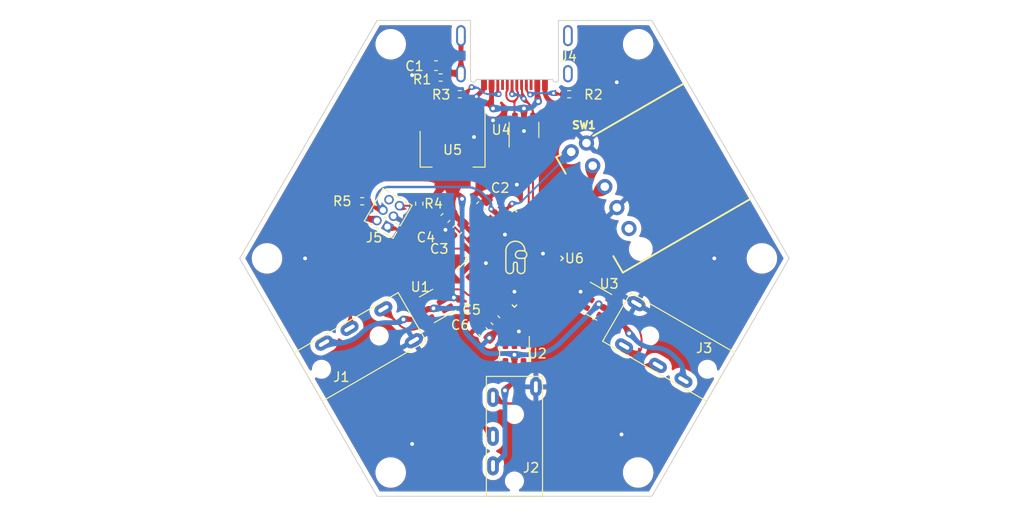
<source format=kicad_pcb>
(kicad_pcb (version 20211014) (generator pcbnew)

  (general
    (thickness 1.6)
  )

  (paper "A4")
  (layers
    (0 "F.Cu" signal)
    (31 "B.Cu" signal)
    (32 "B.Adhes" user "B.Adhesive")
    (33 "F.Adhes" user "F.Adhesive")
    (34 "B.Paste" user)
    (35 "F.Paste" user)
    (36 "B.SilkS" user "B.Silkscreen")
    (37 "F.SilkS" user "F.Silkscreen")
    (38 "B.Mask" user)
    (39 "F.Mask" user)
    (40 "Dwgs.User" user "User.Drawings")
    (41 "Cmts.User" user "User.Comments")
    (42 "Eco1.User" user "User.Eco1")
    (43 "Eco2.User" user "User.Eco2")
    (44 "Edge.Cuts" user)
    (45 "Margin" user)
    (46 "B.CrtYd" user "B.Courtyard")
    (47 "F.CrtYd" user "F.Courtyard")
    (48 "B.Fab" user)
    (49 "F.Fab" user)
    (50 "User.1" user)
    (51 "User.2" user)
    (52 "User.3" user)
    (53 "User.4" user)
    (54 "User.5" user)
    (55 "User.6" user)
    (56 "User.7" user)
    (57 "User.8" user)
    (58 "User.9" user)
  )

  (setup
    (stackup
      (layer "F.SilkS" (type "Top Silk Screen"))
      (layer "F.Paste" (type "Top Solder Paste"))
      (layer "F.Mask" (type "Top Solder Mask") (thickness 0.01))
      (layer "F.Cu" (type "copper") (thickness 0.035))
      (layer "dielectric 1" (type "core") (thickness 1.51) (material "FR4") (epsilon_r 4.5) (loss_tangent 0.02))
      (layer "B.Cu" (type "copper") (thickness 0.035))
      (layer "B.Mask" (type "Bottom Solder Mask") (thickness 0.01))
      (layer "B.Paste" (type "Bottom Solder Paste"))
      (layer "B.SilkS" (type "Bottom Silk Screen"))
      (copper_finish "None")
      (dielectric_constraints no)
    )
    (pad_to_mask_clearance 0)
    (pcbplotparams
      (layerselection 0x00010fc_ffffffff)
      (disableapertmacros false)
      (usegerberextensions false)
      (usegerberattributes true)
      (usegerberadvancedattributes true)
      (creategerberjobfile true)
      (svguseinch false)
      (svgprecision 6)
      (excludeedgelayer true)
      (plotframeref false)
      (viasonmask false)
      (mode 1)
      (useauxorigin false)
      (hpglpennumber 1)
      (hpglpenspeed 20)
      (hpglpendiameter 15.000000)
      (dxfpolygonmode true)
      (dxfimperialunits true)
      (dxfusepcbnewfont true)
      (psnegative false)
      (psa4output false)
      (plotreference true)
      (plotvalue true)
      (plotinvisibletext false)
      (sketchpadsonfab false)
      (subtractmaskfromsilk false)
      (outputformat 1)
      (mirror false)
      (drillshape 1)
      (scaleselection 1)
      (outputdirectory "")
    )
  )

  (net 0 "")
  (net 1 "Net-(C1-Pad1)")
  (net 2 "GND")
  (net 3 "Net-(C2-Pad2)")
  (net 4 "+3V3")
  (net 5 "Net-(J1-PadR1)")
  (net 6 "Net-(J1-PadR2)")
  (net 7 "Net-(J2-PadR1)")
  (net 8 "Net-(J2-PadR2)")
  (net 9 "Net-(J3-PadR1)")
  (net 10 "Net-(J3-PadR2)")
  (net 11 "/SWDIO")
  (net 12 "/RST")
  (net 13 "/SWCLK")
  (net 14 "unconnected-(J5-Pad6)")
  (net 15 "Net-(J4-PadA5)")
  (net 16 "Net-(J4-PadB5)")
  (net 17 "/P1_SCL")
  (net 18 "/P1_SDA")
  (net 19 "/P2_SCL")
  (net 20 "/P2_SDA")
  (net 21 "/P3_SCL")
  (net 22 "/P3_SDA")
  (net 23 "/USBD-")
  (net 24 "/USBD+")
  (net 25 "/DP")
  (net 26 "VBUS")
  (net 27 "/DM")
  (net 28 "unconnected-(U6-Pad1)")
  (net 29 "unconnected-(U6-Pad2)")
  (net 30 "unconnected-(U6-Pad3)")
  (net 31 "unconnected-(U6-Pad4)")
  (net 32 "unconnected-(U6-Pad7)")
  (net 33 "unconnected-(U6-Pad8)")
  (net 34 "unconnected-(U6-Pad13)")
  (net 35 "unconnected-(U6-Pad14)")
  (net 36 "unconnected-(U6-Pad15)")
  (net 37 "unconnected-(U6-Pad16)")
  (net 38 "unconnected-(U6-Pad22)")
  (net 39 "unconnected-(U6-Pad27)")
  (net 40 "unconnected-(J4-PadA8)")
  (net 41 "unconnected-(J4-PadB8)")
  (net 42 "/SW1")
  (net 43 "/SW_A")
  (net 44 "/SW_B")
  (net 45 "unconnected-(U6-Pad21)")

  (footprint "Package_TO_SOT_SMD:SOT-23-6" (layer "F.Cu") (at 187 52 -150))

  (footprint "pj320a:Jack_3.5mm_PJ320A_Horizontal" (layer "F.Cu") (at 175.229681 58.65 30))

  (footprint "MountingHole:MountingHole_2.2mm_M2_DIN965" (layer "F.Cu") (at 208.5 69.5))

  (footprint "Package_TO_SOT_SMD:SOT-23-6" (layer "F.Cu") (at 195.5 57 -90))

  (footprint "MountingHole:MountingHole_2.2mm_M2_DIN965" (layer "F.Cu") (at 182.5 24.5))

  (footprint "Resistor_SMD:R_0402_1005Metric_Pad0.72x0.64mm_HandSolder" (layer "F.Cu") (at 185.5 41.25 -90))

  (footprint "Resistor_SMD:R_0402_1005Metric_Pad0.72x0.64mm_HandSolder" (layer "F.Cu") (at 189.75 29.75))

  (footprint "Capacitor_SMD:C_0603_1608Metric_Pad1.08x0.95mm_HandSolder" (layer "F.Cu") (at 192.25 54.75 135))

  (footprint "MountingHole:MountingHole_2.2mm_M2_DIN965" (layer "F.Cu") (at 208.5 24.5))

  (footprint "Capacitor_SMD:C_0603_1608Metric_Pad1.08x0.95mm_HandSolder" (layer "F.Cu") (at 189.5 44 -135))

  (footprint "Package_TO_SOT_SMD:SOT-23-6" (layer "F.Cu") (at 196.5 33.5 90))

  (footprint "MountingHole:MountingHole_2.2mm_M2_DIN965" (layer "F.Cu") (at 169.5 47))

  (footprint "Resistor_SMD:R_0402_1005Metric_Pad0.72x0.64mm_HandSolder" (layer "F.Cu") (at 201.25 29.75))

  (footprint "Capacitor_SMD:C_0603_1608Metric_Pad1.08x0.95mm_HandSolder" (layer "F.Cu") (at 187.25 26.75 180))

  (footprint "Capacitor_SMD:C_0603_1608Metric_Pad1.08x0.95mm_HandSolder" (layer "F.Cu") (at 192 41.5 -135))

  (footprint "Resistor_SMD:R_0402_1005Metric_Pad0.72x0.64mm_HandSolder" (layer "F.Cu") (at 187.75 28 180))

  (footprint "xenua:USB_C_Receptacle_GCT_USB4510" (layer "F.Cu") (at 195.5 22 180))

  (footprint "pj320a:Jack_3.5mm_PJ320A_Horizontal" (layer "F.Cu") (at 215.770319 58.65 150))

  (footprint "pj320a:Jack_3.5mm_PJ320A_Horizontal" (layer "F.Cu") (at 195.5 70.4 90))

  (footprint "xenua:EVQWGD001" (layer "F.Cu") (at 210.5 37.75 30))

  (footprint "Package_QFP:TQFP-32_7x7mm_P0.8mm" (layer "F.Cu") (at 195.5 47 45))

  (footprint "Package_TO_SOT_SMD:SOT-223-3_TabPin2" (layer "F.Cu") (at 189 35.5 -90))

  (footprint "Capacitor_SMD:C_0603_1608Metric_Pad1.08x0.95mm_HandSolder" (layer "F.Cu") (at 188.25 42.75 -135))

  (footprint "Connector_PinHeader_1.27mm:PinHeader_2x03_P1.27mm_Vertical" (layer "F.Cu") (at 182.153766 43.666683 150))

  (footprint "MountingHole:MountingHole_2.2mm_M2_DIN965" (layer "F.Cu") (at 182.5 69.5))

  (footprint "Resistor_SMD:R_0402_1005Metric_Pad0.72x0.64mm_HandSolder" (layer "F.Cu") (at 179.5 41 180))

  (footprint "Package_TO_SOT_SMD:SOT-23-6" (layer "F.Cu") (at 204.25 51.75 -30))

  (footprint "MountingHole:MountingHole_2.2mm_M2_DIN965" (layer "F.Cu") (at 221.5 47))

  (footprint "Capacitor_SMD:C_0603_1608Metric_Pad1.08x0.95mm_HandSolder" (layer "F.Cu") (at 193.5 53.5 135))

  (gr_line (start 195.4 47.6) (end 195.4 48.2) (layer "F.SilkS") (width 0.15) (tstamp 084448bc-0606-42bf-bf6f-6e2141183565))
  (gr_arc (start 196.6 48.2) (mid 196.2 48.6) (end 195.8 48.2) (layer "F.SilkS") (width 0.15) (tstamp 132e4d18-a77d-4e4f-85a8-589fc59d60ba))
  (gr_arc (start 195.4 47.6) (mid 195.6 47.4) (end 195.8 47.6) (layer "F.SilkS") (width 0.15) (tstamp 1b230fcd-c739-43fe-8f44-4c6ffa4dcb89))
  (gr_arc (start 196 47) (mid 195.6 46.6) (end 196 46.2) (layer "F.SilkS") (width 0.15) (tstamp 3399a5f8-bc36-49b9-89b7-13938fe2c7f6))
  (gr_arc (start 196.4 46.2) (mid 196.8 46.6) (end 196.4 47) (layer "F.SilkS") (width 0.15) (tstamp 4906c747-58e0-41d6-ad3c-04467e0e8b1e))
  (gr_arc (start 194.6 46.2) (mid 195.6 45.2) (end 196.6 46.2) (layer "F.SilkS") (width 0.15) (tstamp 4fd35902-df18-4878-ab8d-7d5222fd81c2))
  (gr_line (start 196 46.2) (end 196.4 46.2) (layer "F.SilkS") (width 0.15) (tstamp 783e55a1-86e0-45de-a7e4-f59aac78c365))
  (gr_line (start 194.6 48.2) (end 194.6 46.2) (layer "F.SilkS") (width 0.15) (tstamp 8eb8589e-c565-4ceb-96d5-84673484417e))
  (gr_line (start 196 47) (end 196.4 47) (layer "F.SilkS") (width 0.15) (tstamp 91511506-8382-4568-b8ac-c8cd2dc7f17e))
  (gr_line (start 195.8 47.6) (end 195.8 48.2) (layer "F.SilkS") (width 0.15) (tstamp acddecef-7f63-4210-8532-53e434b7dd47))
  (gr_arc (start 195.4 48.2) (mid 195 48.6) (end 194.6 48.2) (layer "F.SilkS") (width 0.15) (tstamp d0962cd1-8469-4917-b53c-96b060351850))
  (gr_line (start 196.6 47) (end 196.6 48.2) (layer "F.SilkS") (width 0.15) (tstamp d673c8e7-ca57-4727-922a-45de3e8fb2e0))
  (gr_line (start 195.5 28.3) (end 196.5 28.3) (layer "Dwgs.User") (width 0.15) (tstamp 31bd80de-4bb5-4c77-a663-2affc4147372))
  (gr_line (start 195.5 28.3) (end 194.5 28.3) (layer "Dwgs.User") (width 0.15) (tstamp 944dbd01-505d-494d-9f63-f2c8bd1db418))
  (gr_line (start 224.368 47) (end 209.934 72) (layer "Edge.Cuts") (width 0.1) (tstamp 0743bc59-afe2-4752-9e56-a24822d18aaa))
  (gr_line (start 181.066 22) (end 166.632 47) (layer "Edge.Cuts") (width 0.1) (tstamp 473ddb9d-3e9e-4912-a8c3-fb5b4dbbf8df))
  (gr_line (start 200.12 22) (end 209.934 22) (layer "Edge.Cuts") (width 0.1) (tstamp a6571e26-fdcf-48c3-8604-da94c9af25e8))
  (gr_line (start 181.066 72) (end 209.934 72) (layer "Edge.Cuts") (width 0.1) (tstamp c8afab4b-9964-4341-bc31-892e7e579723))
  (gr_line (start 224.368 47) (end 209.934 22) (layer "Edge.Cuts") (width 0.1) (tstamp dd35352e-d89e-484d-bef8-bac58c66a85a))
  (gr_line (start 166.632 47) (end 181.066 72) (layer "Edge.Cuts") (width 0.1) (tstamp ee989edf-8027-449d-bb77-fbb7e3e7649d))
  (gr_line (start 181.066 22) (end 190.88 22) (layer "Edge.Cuts") (width 0.1) (tstamp f46c70dd-2f86-4294-a0b2-5b136aa818ef))

  (segment (start 189.030342 27.6) (end 189.42125 27.6) (width 0.5) (layer "F.Cu") (net 1) (tstamp 3f1b46a9-de00-44b6-b302-95ba5d4fc7be))
  (segment (start 189.88 27.14125) (end 189.88 23.6) (width 0.5) (layer "F.Cu") (net 1) (tstamp 8ef27395-8f02-4464-91f7-6df2b86cc43f))
  (segment (start 188.5475 27.8) (end 188.3475 28) (width 0.5) (layer "F.Cu") (net 1) (tstamp a8438cf0-2b94-4a9d-8963-c8f4621cc31d))
  (segment (start 188.638114 27.275614) (end 188.1125 26.75) (width 0.5) (layer "F.Cu") (net 1) (tstamp d354ecac-b3bc-4fed-903e-10d10882139b))
  (arc (start 189.88 27.14125) (mid 189.745635 27.465635) (end 189.42125 27.6) (width 0.5) (layer "F.Cu") (net 1) (tstamp 5de5a872-aa15-495b-b53b-b8a64bbfa4f0))
  (arc (start 189.42125 27.6) (mid 189.42125 27.6) (end 189.42125 27.6) (width 0.5) (layer "F.Cu") (net 1) (tstamp 6579642b-a152-47f7-af0e-0d8866bdfcb8))
  (arc (start 189.030342 27.6) (mid 188.769029 27.651978) (end 188.5475 27.8) (width 0.5) (layer "F.Cu") (net 1) (tstamp 6e416a78-df14-48ee-9842-e6e24081191e))
  (arc (start 188.638114 27.275614) (mid 188.99742 27.515694) (end 189.42125 27.6) (width 0.5) (layer "F.Cu") (net 1) (tstamp a16dbf15-8f5b-4766-b048-90ba89efcc02))
  (arc (start 189.42125 27.6) (mid 189.745635 27.465635) (end 189.88 27.14125) (width 0.5) (layer "F.Cu") (net 1) (tstamp eac540a2-0555-4530-b9cb-9b037a65c0a7))
  (segment (start 188.25 44) (end 188.849188 44.599188) (width 0.5) (layer "F.Cu") (net 2) (tstamp 03719843-5435-4291-8e92-d5b393806fb9))
  (segment (start 187.64012 43.375) (end 187.64012 43.60988) (width 0.5) (layer "F.Cu") (net 2) (tstamp 11dc4169-9f40-4605-8579-68c147f18d6b))
  (segment (start 195.5 50.5) (end 195.835786 50.5) (width 0.5) (layer "F.Cu") (net 2) (tstamp 19231caf-260d-414a-8f99-844fa96fa85d))
  (segment (start 191.3 32.4) (end 191.3 34.164644) (width 0.5) (layer "F.Cu") (net 2) (tstamp 1ef98e3c-1ed0-4ea3-997b-56d6e4637e06))
  (segment (start 203.083322 51.133822) (end 202.4495 50.5) (width 0.5) (layer "F.Cu") (net 2) (tstamp 215ce0f6-5af5-4b67-ae69-b288192d34e1))
  (segment (start 201.423749 30.326249) (end 201.793583 29.956416) (width 0.5) (layer "F.Cu") (net 2) (tstamp 27f54d44-db75-494a-bf17-28711be56dd5))
  (segment (start 200.400727 30.75) (end 200.065685 30.75) (width 0.5) (layer "F.Cu") (net 2) (tstamp 3367fb38-f56e-440d-91f9-dfa690d3f082))
  (segment (start 188.875 44.60988) (end 188.89012 44.60988) (width 0.5) (layer "F.Cu") (net 2) (tstamp 3a447120-bb13-4c44-a114-ff648619224b))
  (segment (start 191.64012 54.14012) (end 191.34012 54.14012) (width 0.5) (layer "F.Cu") (net 2) (tstamp 4301754c-6d5d-4383-afc6-8c9a9e772a4c))
  (segment (start 191.35 32.35) (end 192.993933 32.35) (width 0.5) (layer "F.Cu") (net 2) (tstamp 55f1c4af-adb5-49e0-ace7-9fc384f5d29d))
  (segment (start 194.5 44.5) (end 194.032843 44.5) (width 0.5) (layer "F.Cu") (net 2) (tstamp 671095b0-ed5a-4ae7-ac85-9ee83cba59d8))
  (segment (start 187.650811 43.400811) (end 188.25 44) (width 0.5) (layer "F.Cu") (net 2) (tstamp 6fc9f2c2-bef9-48e2-9027-eb42ac7b78fe))
  (segment (start 193.25 32.5) (end 193.175 32.425) (width 0.5) (layer "F.Cu") (net 2) (tstamp 76bbad38-00e2-41b2-9ddd-aff8d95e873f))
  (segment (start 193.235356 44.16967) (end 192.777639 43.711953) (width 0.5) (layer "F.Cu") (net 2) (tstamp 844267ab-0c59-45ad-9cf9-19c1e73a2831))
  (segment (start 191.3 32.414644) (end 191.3 32.4) (width 0.5) (layer "F.Cu") (net 2) (tstamp 86b0791e-e64d-41a6-9b4e-9b2d1dee1dac))
  (segment (start 192.3 28.975244) (end 192.3 28.75) (width 0.5) (layer "F.Cu") (net 2) (tstamp 8732a11f-3ef6-4396-b98d-830ac6bfa2c8))
  (segment (start 198.7 29.384314) (end 198.7 28.75) (width 0.5) (layer "F.Cu") (net 2) (tstamp 89e4cfba-750c-4083-acc4-ed21bb6833df))
  (segment (start 188.517086 51.119622) (end 189.130378 51.119622) (width 0.5) (layer "F.Cu") (net 2) (tstamp 976eff56-3816-452d-9c77-d211b78adaef))
  (segment (start 188.140918 51.275436) (end 187.985104 51.43125) (width 0.5) (layer "F.Cu") (net 2) (tstamp 9821fdbc-a1cd-4bf4-b25b-5f699978c34b))
  (segment (start 191.275 34.225) (end 191.25 34.25) (width 0.5) (layer "F.Cu") (net 2) (tstamp 9a5c3670-eaa7-4dcf-9286-43ba42ac67e7))
  (segment (start 196.5 33.6245) (end 196.5 34.6375) (width 0.5) (layer "F.Cu") (net 2) (tstamp a3af9b14-6380-4eca-a818-510262168f6c))
  (segment (start 203.197823 51.18125) (end 203.264896 51.18125) (width 0.5) (layer "F.Cu") (net 2) (tstamp a6e977e2-d6fd-497d-8dbf-799018d7fc04))
  (segment (start 192.60988 40.89012) (end 192.85988 40.89012) (width 0.5) (layer "F.Cu") (net 2) (tstamp b9c85551-8712-46b2-8570-ce78df9e2527))
  (segment (start 195.5 55.473111) (end 195.5 55.8625) (width 0.5) (layer "F.Cu") (net 2) (tstamp bd5982a1-f298-433e-aa00-1ad636989dff))
  (segment (start 196.409009 50.737436) (end 197.09099 51.419417) (width 0.5) (layer "F.Cu") (net 2) (tstamp cb6c4e8c-26d9-4358-bd61-00ae2e9a6b1a))
  (segment (start 201.8475 29.82625) (end 201.8475 29.75) (width 0.5) (layer "F.Cu") (net 2) (tstamp d0f6e10f-1fd2-416c-88b9-9d59eb93655c))
  (segment (start 191.5 30.000489) (end 192.140728 29.35976) (width 0.5) (layer "F.Cu") (net 2) (tstamp d2070829-6614-4d36-90ec-2c8dd2f421fd))
  (segment (start 191.275 32.475) (end 191.25 32.5) (width 0.5) (layer "F.Cu") (net 2) (tstamp e8fa3293-2de2-4a5a-9283-356607904c7c))
  (segment (start 195.964813 54.679626) (end 195.732406 54.912032) (width 0.5) (layer "F.Cu") (net 2) (tstamp fae566e4-cd29-42fd-a0cf-1046552b93b0))
  (via (at 216.5 47) (size 0.8) (drill 0.4) (layers "F.Cu" "B.Cu") (free) (net 2) (tstamp 03236581-83d5-46f9-9b92-dfba08a17e3e))
  (via (at 191.25 34.25) (size 0.8) (drill 0.4) (layers "F.Cu" "B.Cu") (net 2) (tstamp 1c4bf035-050b-405c-bea5-ceb3db0151fd))
  (via (at 195.964813 54.679626) (size 0.8) (drill 0.4) (layers "F.Cu" "B.Cu") (net 2) (tstamp 2eb2e4d3-f2ce-4f29-9070-1c4837a13861))
  (via (at 188.25 44) (size 0.8) (drill 0.4) (layers "F.Cu" "B.Cu") (net 2) (tstamp 2fe521ff-d6d1-4c05-8296-4c946423024c))
  (via (at 194.5 44.5) (size 0.8) (drill 0.4) (layers "F.Cu" "B.Cu") (free) (net 2) (tstamp 3b4c2257-f4dd-4ad9-b415-910c47910fb8))
  (via (at 192.5 47.5) (size 0.8) (drill 0.4) (layers "F.Cu" "B.Cu") (free) (net 2) (tstamp 43044d53-b707-4d3a-afb5-42d6b6af2e7c))
  (via (at 195.5 50.5) (size 0.8) (drill 0.4) (layers "F.Cu" "B.Cu") (free) (net 2) (tstamp 6431d07b-1cc3-48bf-98c9-a73b1e3fc17b))
  (via (at 173.5 47) (size 0.8) (drill 0.4) (layers "F.Cu" "B.Cu") (free) (net 2) (tstamp 841a072b-b3fa-45b8-a76b-f9a5c81a1364))
  (via (at 191.5 30.000489) (size 0.6) (drill 0.3) (layers "F.Cu" "B.Cu") (net 2) (tstamp 91f3669f-b5e2-4adf-afb0-e37eed958e60))
  (via (at 202.4495 50.5) (size 0.8) (drill 0.4) (layers "F.Cu" "B.Cu") (net 2) (tstamp 9707b9bf-a5fc-4e09-aebe-5bc06e829499))
  (via (at 206.75 65.5) (size 0.8) (drill 0.4) (layers "F.Cu" "B.Cu") (free) (net 2) (tstamp adb90deb-6853-4230-a382-6c8831b3f4f3))
  (via (at 198.5 46.5) (size 0.8) (drill 0.4) (layers "F.Cu" "B.Cu") (free) (net 2) (tstamp b439546a-c621-4887-b3aa-bc0ca20da5cb))
  (via (at 189.130378 51.119622) (size 0.8) (drill 0.4) (layers "F.Cu" "B.Cu") (net 2) (tstamp b6eda8ee-c639-4010-a71e-f418426c448a))
  (via (at 195.75 39.25) (size 0.8) (drill 0.4) (layers "F.Cu" "B.Cu") (free) (net 2) (tstamp bc4305ae-ca06-4789-823d-45aef5e290e2))
  (via (at 184.75 27.75) (size 0.8) (drill 0.4) (layers "F.Cu" "B.Cu") (free) (net 2) (tstamp c490a0cc-a139-4ae9-b6ad-1f989dec564b))
  (via (at 193.25 32.5) (size 0.8) (drill 0.4) (layers "F.Cu" "B.Cu") (net 2) (tstamp c569fb6a-628e-48b4-805b-d04f577f815a))
  (via (at 196.5 33.6245) (size 0.8) (drill 0.4) (layers "F.Cu" "B.Cu") (net 2) (tstamp d52eb3e6-c3f0-4f18-ac0b-40f1f9e6fd5e))
  (via (at 206.25 28.5) (size 0.8) (drill 0.4) (layers "F.Cu" "B.Cu") (free) (net 2) (tstamp f0d4f2d5-ebc4-472c-9ad0-46e60ab32a6a))
  (via (at 184.75 66.5) (size 0.8) (drill 0.4) (layers "F.Cu" "B.Cu") (free) (net 2) (tstamp fd8cd4a1-8cce-4033-93c0-c4b68cc71c6b))
  (arc (start 187.64012 43.375) (mid 187.64012 43.375) (end 187.64012 43.375) (width 0.5) (layer "F.Cu") (net 2) (tstamp 0df798c0-963e-4340-a737-18e50763521e))
  (arc (start 196.409009 50.737436) (mid 196.146012 50.561707) (end 195.835786 50.5) (width 0.5) (layer "F.Cu") (net 2) (tstamp 1d6518e1-cfe9-4078-adc2-cf8e6477b5cb))
  (arc (start 188.517086 51.119622) (mid 188.313505 51.160116) (end 188.140918 51.275436) (width 0.5) (layer "F.Cu") (net 2) (tstamp 33064f56-88c0-44a1-ac52-96957fe5ad49))
  (arc (start 203.083322 51.133822) (mid 203.135855 51.168923) (end 203.197823 51.18125) (width 0.5) (layer "F.Cu") (net 2) (tstamp 376a6f44-cf22-4d88-ac13-30f83803795f))
  (arc (start 191.3 34.164644) (mid 191.293502 34.197308) (end 191.275 34.225) (width 0.5) (layer "F.Cu") (net 2) (tstamp 3f206607-332e-4c96-8963-5302804f476f))
  (arc (start 191.3 32.4) (mid 191.314644 32.364644) (end 191.35 32.35) (width 0.5) (layer "F.Cu") (net 2) (tstamp 4208e41d-1d0a-40b9-bf94-fcbeb6562f9d))
  (arc (start 201.423749 30.326249) (mid 200.954382 30.63987) (end 200.400727 30.75) (width 0.5) (layer "F.Cu") (net 2) (tstamp 52d326d4-51c9-4c17-8412-9aaf3e6cdf4c))
  (arc (start 191.35 32.35) (mid 191.314644 32.364644) (end 191.3 32.4) (width 0.5) (layer "F.Cu") (net 2) (tstamp 68f7174d-ce7a-41b4-89f8-dd7e3ded57a1))
  (arc (start 187.64012 43.375) (mid 187.642898 43.388968) (end 187.650811 43.400811) (width 0.5) (layer "F.Cu") (net 2) (tstamp 6d646c30-feab-4e3e-adf0-5427b73b5f08))
  (arc (start 201.8475 29.82625) (mid 201.833487 29.896695) (end 201.793583 29.956416) (width 0.5) (layer "F.Cu") (net 2) (tstamp 6e21d8a8-05db-450e-863d-764ba51b5b58))
  (arc (start 193.175 32.425) (mid 193.091925 32.369491) (end 192.993933 32.35) (width 0.5) (layer "F.Cu") (net 2) (tstamp 8e1983d7-818b-423d-95d2-7f219e4f6ba3))
  (arc (start 199.1 30.35) (mid 199.54306 30.646043) (end 200.065685 30.75) (width 0.5) (layer "F.Cu") (net 2) (tstamp b20fb198-6b0b-4cab-9ba8-ea9b46e8088f))
  (arc (start 188.849188 44.599188) (mid 188.86103 44.607101) (end 188.875 44.60988) (width 0.5) (layer "F.Cu") (net 2) (tstamp b2f7301d-582c-4990-a060-4a71ef08c6eb))
  (arc (start 192.3 28.975244) (mid 192.258606 29.183342) (end 192.140728 29.35976) (width 0.5) (layer "F.Cu") (net 2) (tstamp c2564ecf-bd43-431d-b9a2-c7be54487485))
  (arc (start 195.732406 54.912032) (mid 195.5604 55.169457) (end 195.5 55.473111) (width 0.5) (layer "F.Cu") (net 2) (tstamp cf45f134-35c0-4b31-91e7-048e45f34bf8))
  (arc (start 191.3 32.4) (mid 191.3 32.4) (end 191.3 32.4) (width 0.5) (layer "F.Cu") (net 2) (tstamp d1f81642-eb3a-4277-b357-9cbb5a3aa5ac))
  (arc (start 191.3 32.414644) (mid 191.293502 32.447308) (end 191.275 32.475) (width 0.5) (layer "F.Cu") (net 2) (tstamp df3e0d78-29b1-4811-9600-571610f4b8a8))
  (arc (start 198.7 29.384314) (mid 198.803956 29.906939) (end 199.1 30.35) (width 0.5) (layer "F.Cu") (net 2) (tstamp e3903eeb-8b72-4b40-a088-cbbba270c01b))
  (arc (start 193.235356 44.16967) (mid 193.601246 44.41415) (end 194.032843 44.5) (width 0.5) (layer "F.Cu") (net 2) (tstamp fa574bf3-ac2e-449d-91be-bcb1e35bdaba))
  (segment (start 191.801036 43.866722) (end 192.211953 44.277639) (width 0.3) (layer "F.Cu") (net 3) (tstamp 1bd98adf-6059-495f-94b7-9f4ef4e778fb))
  (segment (start 191.39012 42.874682) (end 191.39012 42.10988) (width 0.3) (layer "F.Cu") (net 3) (tstamp 22f790b9-c1d9-412d-ac0e-7bd254369216))
  (arc (start 191.39012 42.874682) (mid 191.496913 43.41157) (end 191.801036 43.866722) (width 0.3) (layer "F.Cu") (net 3) (tstamp 60d30b2f-02cb-42f2-b2ed-c84cb33e3e36))
  (segment (start 195.5 57.631) (end 195.5 58.644) (width 0.5) (layer "F.Cu") (net 4) (tstamp 0208dcec-5844-41d6-8382-4437ac8ac82d))
  (segment (start 189.48488 42.76512) (end 188.92994 42.21018) (width 0.5) (layer "F.Cu") (net 4) (tstamp 0376f97d-4fda-40e2-8ae7-be256dd0b17a))
  (segment (start 205.193281 52.31875) (end 205.049712 52.31875) (width 0.5) (layer "F.Cu") (net 4) (tstamp 04cd1be7-98f7-4cec-9bc2-093fcec1606d))
  (segment (start 189 39.2) (end 189 41.90092) (width 0.5) (layer "F.Cu") (net 4) (tstamp 04d8fd5a-af67-40da-a8c2-f7fab9d79c3b))
  (segment (start 180.700361 43.031683) (end 181.053914 43.031683) (width 0.5) (layer "F.Cu") (net 4) (tstamp 05c774ee-1959-4a16-b1aa-463d07c36000))
  (segment (start 178.9025 40.706312) (end 178.9025 40.267483) (width 0.5) (layer "F.Cu") (net 4) (tstamp 0b25d268-c1de-4944-b54c-bbdbe2b2ccd7))
  (segment (start 178.9025 40.706312) (end 178.9025 41.293687) (width 0.5) (layer "F.Cu") (net 4) (tstamp 1569382e-a4f5-4166-a19c-b78580f8c980))
  (segment (start 191.604676 44.843324) (end 191.646268 44.843324) (width 0.5) (layer "F.Cu") (net 4) (tstamp 23bdbd44-4a30-4d2c-b3c5-4d4dfb6ad7d1))
  (segment (start 186.174271 52.409375) (end 185.85552 52.728124) (width 0.5) (layer "F.Cu") (net 4) (tstamp 291e4200-f3c9-4b61-8158-17e8c4424a24))
  (segment (start 185.85552 52.728124) (end 185.590147 52.993498) (width 0.5) (layer "F.Cu") (net 4) (tstamp 32dcc70a-1e38-4dff-8bd2-7fe6cd7ba6cd))
  (segment (start 195.5 58.644) (end 195.5 59.168393) (width 0.5) (layer "F.Cu") (net 4) (tstamp 37df637f-662f-40f0-adc0-7d1db39f5ebd))
  (segment (start 189 38.1) (end 189 32.35) (width 0.5) (layer "F.Cu") (net 4) (tstamp 37ffdb94-6f74-4094-8d04-8477df25c710))
  (segment (start 205.193281 52.31875) (end 205.276927 52.31875) (width 0.5) (layer "F.Cu") (net 4) (tstamp 4625ef31-ba9f-4b3e-8ebc-93b4658ad74a))
  (segment (start 187 52.25) (end 186.559036 52.25) (width 0.5) (layer "F.Cu") (net 4) (tstamp 4fd2be35-f3dc-4152-8d6b-941d855e1521))
  (segment (start 186.24875 40.6525) (end 185.5 40.6525) (width 0.5) (layer "F.Cu") (net 4) (tstamp 5a39367f-3e07-4291-b768-0eec713e54da))
  (segment (start 189.388908 40.138908) (end 190 40.75) (width 0.5) (layer "F.Cu") (net 4) (tstamp 5f0d7789-3d8e-4525-b01d-b4b0497082e8))
  (segment (start 191.533674 44.813914) (end 190.73488 44.01512) (width 0.5) (layer "F.Cu") (net 4) (tstamp 653c887b-6912-4e12-9d5b-b353929ef1fc))
  (segment (start 205.276927 52.31875) (end 205.31875 52.31875) (width 0.5) (layer "F.Cu") (net 4) (tstamp 6a1464e6-525c-4f06-8066-5df619f0f8e1))
  (segment (start 194.734879 53.484879) (end 196.131897 52.087862) (width 0.5) (layer "F.Cu") (net 4) (tstamp 83428e0e-6169-45e1-8979-696ca9eea4f3))
  (segment (start 204.357821 51.81225) (end 204.733229 52.187658) (width 0.5) (layer "F.Cu") (net 4) (tstamp 87595e44-a48a-4a99-85f5-ef2ea90c9e37))
  (segment (start 207.5505 54.757262) (end 207.5505 54.880378) (width 0.5) (layer "F.Cu") (net 4) (tstamp 8b5bfda2-79a7-4762-a6d8-16647750378e))
  (segment (start 194.734879 53.484879) (end 193.48488 54.73488) (width 0.5) (layer "F.Cu") (net 4) (tstamp 933a17ae-06d4-4de3-aae1-d3835cc0d957))
  (segment (start 207.463443 54.547089) (end 205.264677 52.348323) (width 0.5) (layer "F.Cu") (net 4) (tstamp 9e999c9d-e058-4f07-9aa3-a9dc594b76bf))
  (segment (start 189 38.1) (end 189 39.2) (width 0.5) (layer "F.Cu") (net 4) (tstamp a2ead14b-89a8-4438-a7df-7876de28e69a))
  (segment (start 189.48488 42.76512) (end 190.73488 44.01512) (width 0.5) (layer "F.Cu") (net 4) (tstamp a6694369-d7a9-41d0-a88e-8a3c16982564))
  (segment (start 180.519983 38.65) (end 188.45 38.65) (width 0.5) (layer "F.Cu") (net 4) (tstamp a7b7c2bc-370b-479f-abce-4c34481bb786))
  (segment (start 196.379981 51.985103) (end 196.525305 51.985103) (width 0.5) (layer "F.Cu") (net 4) (tstamp a9eb8cd6-d2df-495d-97f8-cf25705e5da3))
  (segment (start 195 60.3755) (end 194.5 60.8755) (width 0.5) (layer "F.Cu") (net 4) (tstamp b98b2aa4-f17c-4944-a63b-517efd27344b))
  (segment (start 180.096808 42.781683) (end 179.110168 41.795043) (width 0.5) (layer "F.Cu") (net 4) (tstamp bccd5a46-1da8-4bf1-9b2a-fb1f16fc8920))
  (segment (start 192.85988 55.35988) (end 193.48488 54.73488) (width 0.5) (layer "F.Cu") (net 4) (tstamp c71cbc25-a226-480e-9120-4c90056547ed))
  (segment (start 188.611091 39.038908) (end 187.526946 40.123053) (width 0.5) (layer "F.Cu") (net 4) (tstamp d0f049fb-26c8-40cf-b864-89ecd411f7f5))
  (segment (start 183.831753 53.418247) (end 184.564713 53.418247) (width 0.5) (layer "F.Cu") (net 4) (tstamp db128544-f66c-42f4-beb9-1d8c80c15d88))
  (segment (start 195.5 57.631) (end 195.5 57.1245) (width 0.5) (layer "F.Cu") (net 4) (tstamp fa5ea037-1b76-4529-80bf-e23d4b9a0e7b))
  (via (at 207.5505 54.880378) (size 0.8) (drill 0.4) (layers "F.Cu" "B.Cu") (net 4) (tstamp 15841606-09ac-42c9-ac6d-455675705d16))
  (via (at 192.85988 55.35988) (size 0.8) (drill 0.4) (layers "F.Cu" "B.Cu") (net 4) (tstamp 1c637a12-9164-4b3f-bfa5-f05fb9034af2))
  (via (at 190 40.75) (size 0.8) (drill 0.4) (layers "F.Cu" "B.Cu") (net 4) (tstamp 1fd275a0-197e-4d60-9ea7-4acf500af443))
  (via (at 195.5 57.1245) (size 0.8) (drill 0.4) (layers "F.Cu" "B.Cu") (net 4) (tstamp 3cf37809-8882-441f-bd8e-11eadeb9b4f2))
  (via (at 194.5 60.8755) (size 0.8) (drill 0.4) (layers "F.Cu" "B.Cu") (net 4) (tstamp 4e3faa3b-685b-4b59-bbf2-b4a54ad2dfc1))
  (via (at 183.831753 53.418247) (size 0.8) (drill 0.4) (layers "F.Cu" "B.Cu") (net 4) (tstamp 60d2675f-2544-4550-ba8e-d0ef2889d24f))
  (via (at 187 52.25) (size 0.8) (drill 0.4) (layers "F.Cu" "B.Cu") (net 4) (tstamp 88c5b4a9-3364-45ea-b9c0-bb33f0271133))
  (via (at 204.357821 51.81225) (size 0.8) (drill 0.4) (layers "F.Cu" "B.Cu") (net 4) (tstamp b9112406-6880-496a-8cf3-329d93d8abc3))
  (arc (start 188.45 38.65) (mid 188.838908 38.488908) (end 189 38.1) (width 0.5) (layer "F.Cu") (net 4) (tstamp 1a1da3ab-0792-420a-a2dd-c670f9cd52e8))
  (arc (start 205.264677 52.348323) (mid 205.23192 52.326435) (end 205.193281 52.31875) (width 0.5) (layer "F.Cu") (net 4) (tstamp 1d2d8ec8-1f1b-4d06-9a35-eff8e386bdb8))
  (arc (start 189 39.2) (mid 189 39.2) (end 189 39.2) (width 0.5) (layer "F.Cu") (net 4) (tstamp 22614aba-2c26-4590-8e12-a7a6b6de48de))
  (arc (start 204.733229 52.187658) (mid 204.878432 52.28468) (end 205.049712 52.31875) (width 0.5) (layer "F.Cu") (net 4) (tstamp 35e60fa0-27cf-4d0e-8bab-b364400c08c0))
  (arc (start 205.276927 52.31875) (mid 205.260921 52.329444) (end 205.264677 52.348323) (width 0.5) (layer "F.Cu") (net 4) (tstamp 401b5a0c-f502-4551-9d61-fa50a303707e))
  (arc (start 187.526946 40.123053) (mid 186.940504 40.514901) (end 186.24875 40.6525) (width 0.5) (layer "F.Cu") (net 4) (tstamp 4c069f0b-8c76-44a0-a999-7bd72a3e8dee))
  (arc (start 189 41.90092) (mid 188.981791 41.992457) (end 188.92994 42.07006) (width 0.5) (layer "F.Cu") (net 4) (tstamp 578f33ff-8d12-4136-bb61-e55b7655fa5b))
  (arc (start 196.379981 51.985103) (mid 196.245719 52.011809) (end 196.131897 52.087862) (width 0.5) (layer "F.Cu") (net 4) (tstamp 5e27f565-c85a-4f3b-9862-58c0accdd5e3))
  (arc (start 188.92994 42.07006) (mid 188.90092 42.14012) (end 188.92994 42.21018) (width 0.5) (layer "F.Cu") (net 4) (tstamp 664ea685-f665-4315-aadf-581a656f41df))
  (arc (start 189 39.2) (mid 189.101073 39.708133) (end 189.388908 40.138908) (width 0.5) (layer "F.Cu") (net 4) (tstamp 7d3a9372-4f99-452e-9767-51a31df66106))
  (arc (start 195.5 59.168393) (mid 195.370054 59.821674) (end 195 60.3755) (width 0.5) (layer "F.Cu") (net 4) (tstamp 9050328c-80d1-449f-94a8-27658961ba9d))
  (arc (start 185.590147 52.993498) (mid 185.119674 53.307858) (end 184.564713 53.418247) (width 0.5) (layer "F.Cu") (net 4) (tstamp 92822296-9b31-4c78-bfe1-2dc7c2e425bc))
  (arc (start 207.463443 54.547089) (mid 207.527874 54.643517) (end 207.5505 54.757262) (width 0.5) (layer "F.Cu") (net 4) (tstamp 99c0b885-9395-4eaa-a204-8d7dea094883))
  (arc (start 186.559036 52.25) (mid 186.350802 52.29142) (end 186.174271 52.409375) (width 0.5) (layer "F.Cu") (net 4) (tstamp 9d2af601-5327-4706-9acb-978b65e95af5))
  (arc (start 191.533674 44.813914) (mid 191.566249 44.83568) (end 191.604676 44.843324) (width 0.5) (layer "F.Cu") (net 4) (tstamp a3a9b316-86eb-411d-82d0-37407c2e4142))
  (arc (start 180.096808 42.781683) (mid 180.37372 42.96671) (end 180.700361 43.031683) (width 0.5) (layer "F.Cu") (net 4) (tstamp aa52a4ee-249d-4f84-a65a-9c1702b5bb75))
  (arc (start 179.37625 39.12375) (mid 179.025623 39.648499) (end 178.9025 40.267483) (width 0.5) (layer "F.Cu") (net 4) (tstamp ac0e5582-f44c-4bc2-8ae7-2c3f1115fb00))
  (arc (start 189 39.2) (mid 188.859364 38.989523) (end 188.611091 39.038908) (width 0.5) (layer "F.Cu") (net 4) (tstamp bf3524aa-7451-4bff-a4df-53f0aa1c0aeb))
  (arc (start 178.9025 41.293687) (mid 178.956471 41.565019) (end 179.110168 41.795043) (width 0.5) (layer "F.Cu") (net 4) (tstamp d0060422-f68b-4ffa-bca8-6f70dc4f862d))
  (arc (start 180.519983 38.65) (mid 179.900999 38.773123) (end 179.37625 39.12375) (width 0.5) (layer "F.Cu") (net 4) (tstamp e2349eb5-0f2d-4c2a-b154-1cfe1ab9cd91))
  (arc (start 188.611091 39.038908) (mid 188.660475 38.790635) (end 188.45 38.65) (width 0.5) (layer "F.Cu") (net 4) (tstamp e315fb88-f764-4ec7-a92b-006692d5e26f))
  (segment (start 204.357821 51.81225) (end 200.299119 55.870951) (width 0.5) (layer "B.Cu") (net 4) (tstamp 06ce9a2f-62c9-4ebd-81db-3fa9016ba633))
  (segment (start 190 40.75) (end 190 51.125) (width 0.5) (layer "B.Cu") (net 4) (tstamp 06cf9d8c-80ee-474a-9941-3419d77ef170))
  (segment (start 190 51.125) (end 190 51.875) (width 0.5) (layer "B.Cu") (net 4) (tstamp 09321bf4-1ea1-49b5-b1f9-ac29d6606a74))
  (segment (start 189.625 52.25) (end 187 52.25) (width 0.5) (layer "B.Cu") (net 4) (tstamp 0f2345df-1720-4a1d-8df4-9dea06adef0f))
  (segment (start 191.5625 56.0625) (end 190.795495 55.295495) (width 0.5) (layer "B.Cu") (net 4) (tstamp 19a9d3b5-5aa1-449e-ab8e-d103756ba404))
  (segment (start 183.665876 53.584123) (end 183.831753 53.418247) (width 0.5) (layer "B.Cu") (net 4) (tstamp 3808ff98-c381-4bc8-9063-5fab6223c5fb))
  (segment (start 179.460514 54.805128) (end 179.38027 54.885373) (width 0.5) (layer "B.Cu") (net 4) (tstamp 3f9a7152-7e4a-4640-b4c9-cab06e70526d))
  (segment (start 192.941941 57) (end 195.287465 57) (width 0.5) (layer "B.Cu") (net 4) (tstamp 41eb36ad-85e7-4f39-8dca-cb50bceb3b2a))
  (segment (start 208.310311 55.640189) (end 207.5505 54.880378) (width 0.5) (layer "B.Cu") (net 4) (tstamp 48c439fd-8a6d-4e60-bfad-1018cdb1bb64))
  (segment (start 192.1875 56.6875) (end 191.5625 56.0625) (width 0.5) (layer "B.Cu") (net 4) (tstamp 5b867f3d-ce38-4d21-95dd-fe114f76e9dc))
  (segment (start 210.144657 56.4) (end 210.235061 56.4) (width 0.5) (layer "B.Cu") (net 4) (tstamp 6a72969c-584a-408a-8c75-b04f16c58fd0))
  (segment (start 194.500239 67.54976) (end 193.25 68.8) (width 0.5) (layer "B.Cu") (net 4) (tstamp 6caa2e3f-ef48-497a-bf14-515d1d49eab1))
  (segment (start 190 51.875) (end 190 52.625) (width 0.5) (layer "B.Cu") (net 4) (tstamp 89be6ff8-dff7-4df0-876d-d5989d658e36))
  (segment (start 183.265415 53.75) (end 182.007822 53.75) (width 0.5) (layer "B.Cu") (net 4) (tstamp 8ed34d6f-8f07-44c1-a2a3-f184d6d9a08f))
  (segment (start 195.43775 57.06225) (end 195.5 57.1245) (width 0.5) (layer "B.Cu") (net 4) (tstamp 933a5253-1d0e-4516-b330-14ba65ca36d4))
  (segment (start 195.5 57.1245) (end 197.272785 57.1245) (width 0.5) (layer "B.Cu") (net 4) (tstamp ab21e7a8-ef62-40a0-a378-209c765cc4bb))
  (segment (start 204.357821 51.81225) (end 204.357821 51.892179) (width 0.5) (layer "B.Cu") (net 4) (tstamp b47a98da-d24c-4742-b64e-3ffd9972ce0f))
  (segment (start 212.715602 57.715602) (end 212.223736 57.223736) (width 0.5) (layer "B.Cu") (net 4) (tstamp b6af3339-77e3-4805-9423-056f5e2a366f))
  (segment (start 213.259678 59.029117) (end 213.259678 59.798557) (width 0.5) (layer "B.Cu") (net 4) (tstamp be23aa73-d1da-4488-a1e1-b3cf08c1510c))
  (segment (start 190 53.375) (end 190 52.625) (width 0.5) (layer "B.Cu") (net 4) (tstamp c60c4acf-3d6f-48da-b735-ac7a7ae5c6f8))
  (segment (start 192.85988 55.35988) (end 192.85988 55.375) (width 0.5) (layer "B.Cu") (net 4) (tstamp cfc1a7f1-4f5f-4e2a-9495-cffc1dc92ace))
  (segment (start 176.927261 55.901443) (end 175.490322 55.901443) (width 0.5) (layer "B.Cu") (net 4) (tstamp e5ad5b73-1a14-43b4-b264-e78da8de87af))
  (segment (start 194.5 60.8755) (end 194.5 67.548703) (width 0.5) (layer "B.Cu") (net 4) (tstamp ef8deca4-cde3-44ed-8f08-1405b9ee4373))
  (segment (start 192.187499 56.062499) (end 192.849188 55.400811) (width 0.5) (layer "B.Cu") (net 4) (tstamp fb96b022-c681-407f-ac0d-f5be84121c37))
  (arc (start 212.223736 57.223736) (mid 211.311324 56.614082) (end 210.235061 56.4) (width 0.5) (layer "B.Cu") (net 4) (tstamp 16aa2316-1a67-45e5-b6c4-e59dd85814f4))
  (arc (start 179.38027 54.885373) (mid 178.25482 55.637375) (end 176.927261 55.901443) (width 0.5) (layer "B.Cu") (net 4) (tstamp 3742a313-c63e-4807-a7bf-be5a0ae2c781))
  (arc (start 195.43775 57.06225) (mid 195.368798 57.016178) (end 195.287465 57) (width 0.5) (layer "B.Cu") (net 4) (tstamp 3b909fd4-b382-4019-8708-80d1d9a9fe1c))
  (arc (start 192.85988 55.375) (mid 192.857101 55.388968) (end 192.849188 55.400811) (width 0.5) (layer "B.Cu") (net 4) (tstamp 5080cf4c-abda-4232-b279-44d0e6b9bde3))
  (arc (start 194.500239 67.549281) (mid 194.500338 67.54952) (end 194.500239 67.54976) (width 0.5) (layer "B.Cu") (net 4) (tstamp 5891aa7f-2e48-4492-8db1-d54810991036))
  (arc (start 190 52.625) (mid 189.890165 52.359834) (end 189.625 52.25) (width 0.5) (layer "B.Cu") (net 4) (tstamp 5f8cf0a3-5039-4ac4-8310-e201f8c0505f))
  (arc (start 182.007822 53.75) (mid 180.629229 54.024218) (end 179.460514 54.805128) (width 0.5) (layer "B.Cu") (net 4) (tstamp 7f4b7c2c-9af8-4317-9338-c2a6d8990ded))
  (arc (start 200.299119 55.870951) (mid 198.910625 56.798713) (end 197.272785 57.1245) (width 0.5) (layer "B.Cu") (net 4) (tstamp 8ddee80f-a354-4a11-ae03-acb37cf50626))
  (arc (start 192.1875 56.6875) (mid 192.53364 56.918783) (end 192.941941 57) (width 0.5) (layer "B.Cu") (net 4) (tstamp 9fa51663-d9ff-42d5-ab2b-c96b6768fc7a))
  (arc (start 183.665876 53.584123) (mid 183.482143 53.706889) (end 183.265415 53.75) (width 0.5) (layer "B.Cu") (net 4) (tstamp b5de2bf0-583c-45d9-bc5e-15007fe3ede8))
  (arc (start 208.310311 55.640189) (mid 209.151916 56.202531) (end 210.144657 56.4) (width 0.5) (layer "B.Cu") (net 4) (tstamp bfdbfa5d-af60-4bcb-aaee-563dc6121e2f))
  (arc (start 191.5625 56.0625) (mid 191.874999 56.191941) (end 192.187499 56.062499) (width 0.5) (layer "B.Cu") (net 4) (tstamp d25a1e45-06d1-4c1c-9b3a-0fd8abd0bfed))
  (arc (start 192.187499 56.062499) (mid 192.058057 56.374999) (end 192.1875 56.6875) (width 0.5) (layer "B.Cu") (net 4) (tstamp e8558fbd-ea42-43a6-966a-7bd304bdfaad))
  (arc (start 212.715602 57.715602) (mid 213.118277 58.318247) (end 213.259678 59.029117) (width 0.5) (layer "B.Cu") (net 4) (tstamp e8a49c58-e69f-4870-ab15-e73f66a8d02b))
  (arc (start 194.5 67.548703) (mid 194.500062 67.549016) (end 194.500239 67.549281) (width 0.5) (layer "B.Cu") (net 4) (tstamp ed76cb21-0b5e-4ca2-8075-7e28e38e7199))
  (arc (start 190 53.375) (mid 190.206742 54.414364) (end 190.795495 55.295495) (width 0.5) (layer "B.Cu") (net 4) (tstamp f61adca3-c1e4-457e-8212-9dc978cabab5))
  (arc (start 189.625 52.25) (mid 189.890165 52.140165) (end 190 51.875) (width 0.5) (layer "B.Cu") (net 4) (tstamp fd693e1b-ee8d-4a26-aae0-561ba4b09a82))
  (segment (start 185.896535 53.984834) (end 186.489896 53.391474) (width 0.2) (layer "F.Cu") (net 5) (tstamp 353d10af-18da-4a76-9647-8341271e9bc7))
  (segment (start 183.409096 53.984834) (end 181.725705 52.301443) (width 0.2) (layer "F.Cu") (net 5) (tstamp 9db3c135-a7d1-4169-863d-387a1cae1452))
  (arc (start 183.409096 53.984834) (mid 183.979719 54.366112) (end 184.652816 54.5) (width 0.2) (layer "F.Cu") (net 5) (tstamp 2fea3f9c-a97b-4a77-88f7-98b3d8a00622))
  (arc (start 185.896535 53.984834) (mid 185.325912 54.366112) (end 184.652816 54.5) (width 0.2) (layer "F.Cu") (net 5) (tstamp ab26a42e-b7f6-4a80-b26c-c01085e448c7))
  (segment (start 182.144023 50.5) (end 183.412796 50.5) (width 0.2) (layer "F.Cu") (net 6) (tstamp 28735097-78ba-4ee8-81ae-409197c70305))
  (segment (start 184.916883 51.123013) (end 185.539896 51.746026) (width 0.2) (layer "F.Cu") (net 6) (tstamp 53af02fe-5e71-4006-828c-d42765cd6a8f))
  (segment (start 179.337499 51.662499) (end 178.714679 52.28532) (width 0.2) (layer "F.Cu") (net 6) (tstamp c6c2dde5-ac0c-4e64-8327-e95b073235c7))
  (segment (start 178.175 53.588221) (end 178.175 54.351443) (width 0.2) (layer "F.Cu") (net 6) (tstamp f4b1fa00-7406-401d-8a77-cbd0708ac181))
  (arc (start 184.916883 51.123013) (mid 184.226802 50.661915) (end 183.412796 50.5) (width 0.2) (layer "F.Cu") (net 6) (tstamp 46a20b99-b616-4fa4-af79-eecf92b5c191))
  (arc (start 178.714679 52.28532) (mid 178.315258 52.883096) (end 178.175 53.588221) (width 0.2) (layer "F.Cu") (net 6) (tstamp 6dfa921c-8a4f-4fcf-a0e7-8718b6271ea9))
  (arc (start 182.144023 50.5) (mid 180.625143 50.802123) (end 179.337499 51.662499) (width 0.2) (layer "F.Cu") (net 6) (tstamp ee3188d0-94cf-4bcc-9f57-e516684fc142))
  (segment (start 193.575 61.925) (end 193.25 61.6) (width 0.25) (layer "F.Cu") (net 7) (tstamp 4eefa2b9-0a99-4c31-a73e-dce3db494272))
  (segment (start 196.45 61.055025) (end 196.45 58.1375) (width 0.25) (layer "F.Cu") (net 7) (tstamp b44709c6-5ba2-4a10-89f2-e6e6dd62901a))
  (segment (start 194.359619 62.25) (end 195.255025 62.25) (width 0.25) (layer "F.Cu") (net 7) (tstamp da11773f-51dd-4c3c-9be6-17f5dce699bf))
  (arc (start 193.575 61.925) (mid 193.934986 62.165535) (end 194.359619 62.25) (width 0.25) (layer "F.Cu") (net 7) (tstamp 6776c573-26e6-4a02-ab96-18129f258651))
  (arc (start 196.45 61.055025) (mid 196.359037 61.512322) (end 196.1 61.9) (width 0.25) (layer "F.Cu") (net 7) (tstamp a067c43d-047d-48ca-a682-5bbb620e3988))
  (arc (start 196.1 61.9) (mid 195.712322 62.159037) (end 195.255025 62.25) (width 0.25) (layer "F.Cu") (net 7) (tstamp df1435bb-8018-455d-9925-63e774164119))
  (segment (start 194.20625 58.1375) (end 194.55 58.1375) (width 0.25) (layer "F.Cu") (net 8) (tstamp 254f268c-baf2-4dbe-bb24-9eda39397444))
  (segment (start 191.75 63.139339) (end 191.75 61.743763) (width 0.25) (layer "F.Cu") (net 8) (tstamp 2ff79a41-9f22-4fe1-94d5-4ed29213b079))
  (segment (start 193.619432 58.380567) (end 192.80625 59.19375) (width 0.25) (layer "F.Cu") (net 8) (tstamp 5549b63e-a6a1-4dc2-962d-37089633fd05))
  (segment (start 192.5 64.95) (end 193.25 65.7) (width 0.25) (layer "F.Cu") (net 8) (tstamp c273d2f8-f30a-40a7-abbc-97e240c283ea))
  (arc (start 191.75 63.139339) (mid 191.944918 64.119261) (end 192.5 64.95) (width 0.25) (layer "F.Cu") (net 8) (tstamp 2b894b8a-c098-4d9d-be0f-2ef41dea274e))
  (arc (start 192.80625 59.19375) (mid 192.02451 60.363705) (end 191.75 61.743763) (width 0.25) (layer "F.Cu") (net 8) (tstamp 9ba85d0a-e58f-45a8-9d86-ad6c976003b7))
  (arc (start 194.20625 58.1375) (mid 193.888666 58.200671) (end 193.619432 58.380567) (width 0.25) (layer "F.Cu") (net 8) (tstamp dbd87a35-3166-440e-a8f0-c71d214a12a6))
  (segment (start 208.554309 56.945689) (end 208.426776 57.073223) (width 0.2) (layer "F.Cu") (net 9) (tstamp 1d6f050a-f57a-47b3-9039-742132347180))
  (segment (start 207.162869 56.198557) (end 207.301443 56.198557) (width 0.2) (layer "F.Cu") (net 9) (tstamp 4e810807-0c41-44d0-b199-6913bd173b53))
  (segment (start 208.152631 53.938553) (end 205.710104 51.496026) (width 0.2) (layer "F.Cu") (net 9) (tstamp 50ffd615-f10b-4253-8658-03703cd99dc3))
  (segment (start 208.85862 55.642961) (end 208.85862 56.21102) (width 0.2) (layer "F.Cu") (net 9) (tstamp 8f19969c-d17f-4d36-8870-0cd59273e49a))
  (segment (start 207.024295 56.361426) (end 207.024295 56.337131) (width 0.2) (layer "F.Cu") (net 9) (tstamp 9e1aa8af-9c73-4730-9440-30f30f24e1f0))
  (segment (start 207.13946 56.63946) (end 207.573223 57.073223) (width 0.2) (layer "F.Cu") (net 9) (tstamp aef5b95f-7975-4077-9de2-5cd69d34a894))
  (arc (start 207.024295 56.361426) (mid 207.054225 56.511897) (end 207.13946 56.63946) (width 0.2) (layer "F.Cu") (net 9) (tstamp 4116bfc2-eab3-4c29-a983-44eacd9f10f5))
  (arc (start 208.426776 57.073223) (mid 208.230969 57.204057) (end 208 57.25) (width 0.2) (layer "F.Cu") (net 9) (tstamp 5f74c6fb-337b-40a9-9b79-933f2f30429a))
  (arc (start 208.152631 53.938553) (mid 208.675139 54.720542) (end 208.85862 55.642961) (width 0.2) (layer "F.Cu") (net 9) (tstamp 704ba6e6-ee13-4d9d-b544-d836a743bdda))
  (arc (start 207.162869 56.198557) (mid 207.064882 56.239144) (end 207.024295 56.337131) (width 0.2) (layer "F.Cu") (net 9) (tstamp a9ad6ea5-8293-424c-89d4-c01baf033429))
  (arc (start 207.573223 57.073223) (mid 207.76903 57.204057) (end 208 57.25) (width 0.2) (layer "F.Cu") (net 9) (tstamp d36e7ed4-f2bc-4d88-86ae-317d3c24af1a))
  (arc (start 208.85862 56.21102) (mid 208.779532 56.60862) (end 208.554309 56.945689) (width 0.2) (layer "F.Cu") (net 9) (tstamp ff203a9b-3d2e-4e1d-a6f0-12d16e5120fb))
  (segment (start 204.760104 55.707608) (end 204.760104 53.141474) (width 0.2) (layer "F.Cu") (net 10) (tstamp 09401383-4bc5-4bb2-b306-acda0cda34a5))
  (segment (start 207.301052 58.248557) (end 210.575 58.248557) (width 0.2) (layer "F.Cu") (net 10) (tstamp fbb243d1-c4af-4ee3-acac-1bb87f0b419f))
  (arc (start 205.50433 57.50433) (mid 206.328673 58.055138) (end 207.301052 58.248557) (width 0.2) (layer "F.Cu") (net 10) (tstamp 3ce4c631-4e8b-4ee6-a520-34bf7b12880c))
  (arc (start 204.760104 55.707608) (mid 204.953522 56.679987) (end 205.50433 57.50433) (width 0.2) (layer "F.Cu") (net 10) (tstamp 51320c8c-9c4a-48b8-a7b8-e2c8d1f2e5ad))
  (segment (start 183.186414 43.936414) (end 184.070689 44.820689) (width 0.2) (layer "F.Cu") (net 11) (tstamp 296ebd32-e25d-4bd3-a7a8-b8ebd7e26b00))
  (segment (start 182.535224 43.666683) (end 182.153766 43.666683) (width 0.2) (layer "F.Cu") (net 11) (tstamp 412a2419-90dc-42ae-88f1-174b8684a47f))
  (segment (start 186.856705 45.974695) (end 190.514897 45.974695) (width 0.2) (layer "F.Cu") (net 11) (tstamp ed467a56-dac6-42ac-a9df-e06eb1f09520))
  (arc (start 184.070689 44.820689) (mid 185.348924 45.674778) (end 186.856705 45.974695) (width 0.2) (layer "F.Cu") (net 11) (tstamp 062fbe79-da43-4e6a-bd6f-509557f2df9b))
  (arc (start 183.186414 43.936414) (mid 182.887645 43.736783) (end 182.535224 43.666683) (width 0.2) (layer "F.Cu") (net 11) (tstamp 7147b342-4ca8-4694-a1ec-b615c151a5d0))
  (segment (start 180.796133 41.698633) (end 180.0975 41) (width 0.25) (layer "F.Cu") (net 12) (tstamp 5a4791c9-b9ed-41f6-b265-552d18a43a2e))
  (segment (start 193.866639 42.580583) (end 193.90901 42.580583) (width 0.2) (layer "F.Cu") (net 12) (tstamp 6357d28d-fcbd-40b7-961f-a7d692fff642))
  (segment (start 193.060275 41.816589) (end 193.794308 42.550622) (width 0.2) (layer "F.Cu") (net 12) (tstamp 7e8c5425-170a-44fc-a23f-552d1e1bb870))
  (segment (start 181.359122 41.931831) (end 181.688914 41.931831) (width 0.25) (layer "F.Cu") (net 12) (tstamp ccc97130-bbf6-454d-940f-bd0a9632f06e))
  (via (at 193.060275 41.816589) (size 0.6) (drill 0.3) (layers "F.Cu" "B.Cu") (net 12) (tstamp 53fa3ef6-0a2b-41d2-b20d-15cb15e969b9))
  (arc (start 193.794308 42.550622) (mid 193.827493 42.572796) (end 193.866639 42.580583) (width 0.2) (layer "F.Cu") (net 12) (tstamp 226f524c-89b4-46ed-86fd-c8ea41059fd4))
  (arc (start 180.796133 41.698633) (mid 181.054434 41.871224) (end 181.359122 41.931831) (width 0.25) (layer "F.Cu") (net 12) (tstamp 57e17378-f1f7-42d0-9ad3-fb44c2d5cdc3))
  (segment (start 192.792877 40.792877) (end 192.280137 40.280137) (width 0.25) (layer "B.Cu") (net 12) (tstamp 134ed347-767a-447a-8bdc-ee68e573320f))
  (segment (start 190.396718 39.5) (end 182.28033 39.5) (width 0.25) (layer "B.Cu") (net 12) (tstamp 7010030d-2adb-4e30-ab63-b36f1f4c26fd))
  (segment (start 181 40.755781) (end 181 40.746458) (width 0.25) (layer "B.Cu") (net 12) (tstamp 75b96414-c1ee-44a1-a2df-53f122350a25))
  (segment (start 181.344457 41.587374) (end 181.688914 41.931831) (width 0.25) (layer "B.Cu") (net 12) (tstamp 81bebdcf-bfbb-44fc-8200-ec6a92487ddf))
  (segment (start 181.351049 39.89895) (end 181.375 39.875) (width 0.25) (layer "B.Cu") (net 12) (tstamp 82f99bb1-0875-4a9a-9ac1-5712d052d912))
  (segment (start 193.060275 41.816589) (end 193.060275 41.438432) (width 0.25) (layer "B.Cu") (net 12) (tstamp a352f24b-907d-4d9a-9eda-3e3aeac4974b))
  (arc (start 181 40.755781) (mid 181.089521 41.205835) (end 181.344457 41.587374) (width 0.25) (layer "B.Cu") (net 12) (tstamp 5b5611ee-3a4f-4573-978f-2e48db0ecaf5))
  (arc (start 181.351049 39.89895) (mid 181.091234 40.28779) (end 181 40.746458) (width 0.25) (layer "B.Cu") (net 12) (tstamp 6ae47305-86b3-4e27-b3c6-46e195fdaa6d))
  (arc (start 182.28033 39.5) (mid 181.790368 39.597459) (end 181.375 39.875) (width 0.25) (layer "B.Cu") (net 12) (tstamp 710852c3-85af-44f2-af12-adc5798f2795))
  (arc (start 192.280137 40.280137) (mid 191.416017 39.702751) (end 190.396718 39.5) (width 0.25) (layer "B.Cu") (net 12) (tstamp 84e154cc-34e9-48ac-ab7e-fc52b3bc90d0))
  (arc (start 192.792877 40.792877) (mid 192.99078 41.08906) (end 193.060275 41.438432) (width 0.25) (layer "B.Cu") (net 12) (tstamp a57e46ab-4127-4b88-afea-d94b5d7bc928))
  (segment (start 183.619138 41.466978) (end 184.850408 41.466978) (width 0.2) (layer "F.Cu") (net 13) (tstamp 06f044ff-7002-4904-b070-12615de2e004))
  (segment (start 186.42375 41.8475) (end 185.769069 41.8475) (width 0.2) (layer "F.Cu") (net 13) (tstamp 0f6ab4cd-956a-4767-84ac-a5e850c1f202))
  (segment (start 191.080583 45.369796) (end 191.080583 45.330583) (width 0.2) (layer "F.Cu") (net 13) (tstamp 4e37322c-ddea-4cc7-9278-07ecb08ab408))
  (segment (start 183.423766 41.271606) (end 183.423766 41.076234) (width 0.25) (layer "F.Cu") (net 13) (tstamp 5f87f814-2341-47c5-8a30-0d1238b513e8))
  (segment (start 190.994796 45.40901) (end 191.041369 45.40901) (width 0.2) (layer "F.Cu") (net 13) (tstamp b70abe17-b29d-4332-9137-edcd735125e2))
  (segment (start 190.848349 45.348349) (end 188.000689 42.500689) (width 0.2) (layer "F.Cu") (net 13) (tstamp ccbaa850-f222-4316-80de-56880506881a))
  (arc (start 191.080583 45.369796) (mid 191.069097 45.397524) (end 191.041369 45.40901) (width 0.2) (layer "F.Cu") (net 13) (tstamp 037a257a-ceb2-409c-ab24-48a743172dae))
  (arc (start 188.000689 42.500689) (mid 187.277183 42.017258) (end 186.42375 41.8475) (width 0.2) (layer "F.Cu") (net 13) (tstamp 3d8571f7-688f-49ac-8d91-22508c277f45))
  (arc (start 185.309739 41.657239) (mid 185.098996 41.516425) (end 184.850408 41.466978) (width 0.2) (layer "F.Cu") (net 13) (tstamp 45899113-d22e-4a5b-822e-9aca23b124ee))
  (arc (start 183.423766 41.271606) (mid 183.480989 41.409754) (end 183.619138 41.466978) (width 0.25) (layer "F.Cu") (net 13) (tstamp 8527ef2e-5212-4629-b6f5-b0130ab61dab))
  (arc (start 185.309739 41.657239) (mid 185.520481 41.798052) (end 185.769069 41.8475) (width 0.2) (layer "F.Cu") (net 13) (tstamp c1b73b2b-a0dd-4b0e-8d3d-c3beea420b93))
  (arc (start 190.848349 45.348349) (mid 190.915539 45.393244) (end 190.994796 45.40901) (width 0.2) (layer "F.Cu") (net 13) (tstamp eecd895d-4aa1-458c-8512-c9957fd00fad))
  (segment (start 199.604977 29.645023) (end 199.657465 29.697511) (width 0.2) (layer "F.Cu") (net 15) (tstamp 0f2989fe-e14b-4f4c-bc23-43109515bd9f))
  (segment (start 196.95025 29.599252) (end 197.1505 29.799502) (width 0.2) (layer "F.Cu") (net 15) (tstamp 2f8079db-710c-4859-ad0d-c38afc13e87c))
  (segment (start 199.784183 29.75) (end 200.6525 29.75) (width 0.2) (layer "F.Cu") (net 15) (tstamp c98c3d48-6450-4747-80bf-9ca977001a74))
  (segment (start 196.75 29.115805) (end 196.75 28.75) (width 0.2) (layer "F.Cu") (net 15) (tstamp cd330023-e309-46ff-baed-7143880691a1))
  (via (at 199.604977 29.645023) (size 0.6) (drill 0.3) (layers "F.Cu" "B.Cu") (net 15) (tstamp 04b76b8f-5b44-4aaf-acf4-0aa5c5236610))
  (via (at 197.1505 29.799502) (size 0.6) (drill 0.3) (layers "F.Cu" "B.Cu") (net 15) (tstamp 5330b404-de89-4de2-ad3a-4d341b55b232))
  (arc (start 196.75 29.115805) (mid 196.802043 29.377444) (end 196.95025 29.599252) (width 0.2) (layer "F.Cu") (net 15) (tstamp 40800b4d-424c-4738-8041-4662989d2010))
  (arc (start 199.657465 29.697511) (mid 199.715604 29.736358) (end 199.784183 29.75) (width 0.2) (layer "F.Cu") (net 15) (tstamp 6c715627-9fe9-4566-9325-aed34f2a0ebd))
  (segment (start 199.604977 29.645023) (end 197.414212 29.645023) (width 0.2) (layer "B.Cu") (net 15) (tstamp 4b96f7bd-21c4-428c-8ad9-b66ccc03a965))
  (segment (start 197.1505 29.799502) (end 197.227739 29.722262) (width 0.2) (layer "B.Cu") (net 15) (tstamp 97388d70-3e34-4cb6-8718-af6fe5be03eb))
  (arc (start 197.414212 29.645023) (mid 197.313293 29.665096) (end 197.227739 29.722262) (width 0.2) (layer "B.Cu") (net 15) (tstamp a67b97a6-51fd-4a32-8231-3fd10436b6ab))
  (segment (start 193.75 29.4995) (end 193.75 28.75) (width 0.2) (layer "F.Cu") (net 16) (tstamp 3170a28a-c819-417b-aba7-f50f7bc98447))
  (segment (start 193.785708 29.686708) (end 193.8495 29.7505) (width 0.2) (layer "F.Cu") (net 16) (tstamp 4108be8f-e131-4d18-9908-79b9f0d24967))
  (segment (start 190.381971 29.618028) (end 191 29) (width 0.2) (layer "F.Cu") (net 16) (tstamp 8d048039-6094-4012-b77a-aa7b219a704c))
  (segment (start 190.3475 29.70125) (end 190.3475 29.75) (width 0.2) (layer "F.Cu") (net 16) (tstamp 9449b338-fa28-4755-8a12-224401c47149))
  (segment (start 193.75 29.4995) (end 193.75 29.6005) (width 0.2) (layer "F.Cu") (net 16) (tstamp fc052ac4-77ec-4901-baf8-c95f94903836))
  (via (at 193.8495 29.7505) (size 0.6) (drill 0.3) (layers "F.Cu" "B.Cu") (net 16) (tstamp 927261d8-ab39-4153-8fc4-2242b79c5f29))
  (via (at 191 29) (size 0.6) (drill 0.3) (layers "F.Cu" "B.Cu") (net 16) (tstamp 9536d528-5b2a-41a4-a52a-c2a0a5bf0eeb))
  (arc (start 190.381971 29.618028) (mid 190.356458 29.65621) (end 190.3475 29.70125) (width 0.2) (layer "F.Cu") (net 16) (tstamp c1d39a30-006e-4167-9c23-81a57fa0c1bb))
  (arc (start 193.75 29.6005) (mid 193.75928 29.647155) (end 193.785708 29.686708) (width 0.2) (layer "F.Cu") (net 16) (tstamp e746ec00-0dfd-4bc7-b357-6b4860c148ef))
  (segment (start 193.8495 29.7505) (end 192.881183 29.7505) (width 0.2) (layer "B.Cu") (net 16) (tstamp 29d41f34-8276-4388-b5d6-2834dec27591))
  (segment (start 191.812132 29.212132) (end 191.97525 29.37525) (width 0.2) (layer "B.Cu") (net 16) (tstamp a50e6f2e-8095-471c-93db-24d6bb67bcb4))
  (segment (start 191.3 29) (end 191 29) (width 0.2) (layer "B.Cu") (net 16) (tstamp be1d0f58-730c-4976-b660-5ecd9c6b9138))
  (arc (start 191.97525 29.37525) (mid 192.390895 29.652975) (end 192.881183 29.7505) (width 0.2) (layer "B.Cu") (net 16) (tstamp 11547ba3-d459-4ced-9333-92979d5b86e1))
  (arc (start 191.812132 29.212132) (mid 191.577163 29.055131) (end 191.3 29) (width 0.2) (layer "B.Cu") (net 16) (tstamp 3a274653-eff3-4ffe-9be8-2bfd0950af0a))
  (segment (start 192.643203 51.553853) (end 193.343324 50.853732) (width 0.2) (layer "F.Cu") (net 17) (tstamp 5d3fc5f8-c497-40e5-b8c3-ea8745493c76))
  (segment (start 190.952961 52.253974) (end 188.460104 52.253974) (width 0.2) (layer "F.Cu") (net 17) (tstamp ae4a5461-8cb2-4769-817e-774678b2bb80))
  (arc (start 192.643203 51.553853) (mid 191.867713 52.072018) (end 190.952961 52.253974) (width 0.2) (layer "F.Cu") (net 17) (tstamp 60628c1f-f7b2-4a4b-be6f-62bc1a819432))
  (segment (start 187.689367 50.429263) (end 187.510104 50.608526) (width 0.2) (layer "F.Cu") (net 18) (tstamp 09965b62-eb9b-47a1-b1cf-fdea495c5925))
  (segment (start 188.122146 50.25) (end 189.469669 50.25) (width 0.2) (layer "F.Cu") (net 18) (tstamp 184ecb77-5f69-45cf-91a3-ff72ea8c37bf))
  (segment (start 191.562259 51) (end 191.28033 51) (width 0.2) (layer "F.Cu") (net 18) (tstamp 9cb554a4-247e-467d-a6a1-4bd57f42cc59))
  (segment (start 192.421662 50.644023) (end 192.777639 50.288047) (width 0.2) (layer "F.Cu") (net 18) (tstamp a6c8bc90-b9f0-4d25-bba3-51766f46c9fd))
  (arc (start 190.375 50.625) (mid 189.95963 50.347459) (end 189.469669 50.25) (width 0.2) (layer "F.Cu") (net 18) (tstamp 33e40dd5-556d-4de0-ab08-235c61b7ba9f))
  (arc (start 188.122146 50.25) (mid 187.887927 50.296588) (end 187.689367 50.429263) (width 0.2) (layer "F.Cu") (net 18) (tstamp 3a568413-17bd-4a87-b1ac-928e77fa1b6a))
  (arc (start 190.375 50.625) (mid 190.790368 50.90254) (end 191.28033 51) (width 0.2) (layer "F.Cu") (net 18) (tstamp 810d1828-323c-409a-960d-456fda8be10a))
  (arc (start 192.421662 50.644023) (mid 192.027364 50.907484) (end 191.562259 51) (width 0.2) (layer "F.Cu") (net 18) (tstamp 914a2046-646f-4d53-b355-ce2139e25907))
  (segment (start 196.45 55.58125) (end 196.45 55.8625) (width 0.2) (layer "F.Cu") (net 19) (tstamp 14b7de01-10a9-4645-ba05-1cb67a09f7fe))
  (segment (start 198.48618 50.551866) (end 198.222361 50.288047) (width 0.2) (layer "F.Cu") (net 19) (tstamp 24e7e5b2-85d4-411c-851a-1c47670eccbe))
  (segment (start 198.75 51.907843) (end 198.75 51.188783) (width 0.2) (layer "F.Cu") (net 19) (tstamp 53d0eafd-b80d-46c7-8870-a666b4c2f402))
  (segment (start 197.977728 53.772271) (end 196.648873 55.101126) (width 0.2) (layer "F.Cu") (net 19) (tstamp a5e69555-a467-4107-837c-9e2aeef17fe3))
  (arc (start 198.48618 50.551866) (mid 198.681435 50.844086) (end 198.75 51.188783) (width 0.2) (layer "F.Cu") (net 19) (tstamp 1c7ec62e-d96c-4a0d-ac32-e919b90a3c5b))
  (arc (start 196.648873 55.101126) (mid 196.501685 55.321408) (end 196.45 55.58125) (width 0.2) (layer "F.Cu") (net 19) (tstamp 82941cb3-7e8d-4836-8b43-647cd4390ab6))
  (arc (start 198.75 51.907843) (mid 198.549293 52.916864) (end 197.977728 53.772271) (width 0.2) (layer "F.Cu") (net 19) (tstamp c2079b33-906e-4c67-b0b6-7e228acc166b))
  (segment (start 197.966116 52.533883) (end 197.353553 53.146446) (width 0.2) (layer "F.Cu") (net 20) (tstamp ad329b34-085a-461b-8409-5290e3270e3f))
  (segment (start 197.966116 51.163172) (end 197.656676 50.853732) (width 0.2) (layer "F.Cu") (net 20) (tstamp bb9c2e7d-b478-4224-a5ea-6786b5a0a60c))
  (segment (start 194.872617 54.627382) (end 195.646446 53.853553) (width 0.2) (layer "F.Cu") (net 20) (tstamp d1af8560-cc84-4b88-812a-4b256532c8df))
  (segment (start 194.55 55.40625) (end 194.55 55.8625) (width 0.2) (layer "F.Cu") (net 20) (tstamp f8a79f1d-fc2c-43cd-8f15-209e104abd30))
  (arc (start 197.353553 53.146446) (mid 196.961939 53.408114) (end 196.5 53.5) (width 0.2) (layer "F.Cu") (net 20) (tstamp 2056f16f-2d4a-4f35-8a56-49ab69eeef16))
  (arc (start 198.25 51.848528) (mid 198.17622 52.219439) (end 197.966116 52.533883) (width 0.2) (layer "F.Cu") (net 20) (tstamp 21c9358c-c2dd-4df5-9cfe-ea9bd0b49374))
  (arc (start 194.872617 54.627382) (mid 194.633845 54.984729) (end 194.55 55.40625) (width 0.2) (layer "F.Cu") (net 20) (tstamp 4266f6dc-b108-467a-bc4a-756158b1a271))
  (arc (start 196.5 53.5) (mid 196.03806 53.591885) (end 195.646446 53.853553) (width 0.2) (layer "F.Cu") (net 20) (tstamp 56b53988-7c92-40d8-a754-683f4429d93e))
  (arc (start 197.966116 51.163172) (mid 198.17622 51.477616) (end 198.25 51.848528) (width 0.2) (layer "F.Cu") (net 20) (tstamp 9ad8e352-005c-4299-8beb-56f3b58c96b7))
  (segment (start 203.739896 48.674211) (end 203.739896 50.358526) (width 0.2) (layer "F.Cu") (net 21) (tstamp 647508b2-8e9f-4d78-a8a8-2676f8e3c993))
  (segment (start 201.399048 44.649048) (end 202.548905 45.798905) (width 0.2) (layer "F.Cu") (net 21) (tstamp 6ef0e945-edec-404c-8e75-b7b5151d42fb))
  (segment (start 200.679378 44.649048) (end 199.919417 45.40901) (width 0.2) (layer "F.Cu") (net 21) (tstamp f4e8bb7b-7e9a-4c42-b0bc-f76a0c7edc5a))
  (arc (start 201.039213 44.5) (mid 200.844471 44.538736) (end 200.679378 44.649048) (width 0.2) (layer "F.Cu") (net 21) (tstamp 207932d1-3fbf-4bd3-8ef6-a6601aaaae72))
  (arc (start 202.548905 45.798905) (mid 203.430367 47.118106) (end 203.739896 48.674211) (width 0.2) (layer "F.Cu") (net 21) (tstamp 2f8ebbbf-0f11-4a15-9648-1d28e5593127))
  (arc (start 201.399048 44.649048) (mid 201.233954 44.538736) (end 201.039213 44.5) (width 0.2) (layer "F.Cu") (net 21) (tstamp d433e10e-a10c-42c7-9409-f756ab1084a2))
  (segment (start 201.25 50.103553) (end 201.25 50.107039) (width 0.2) (layer "F.Cu") (net 22) (tstamp 114be904-7531-446d-b4ef-d886f835dd4e))
  (segment (start 201.75 48.75) (end 201.75 48.896446) (width 0.2) (layer "F.Cu") (net 22) (tstamp 770b3f59-b108-4349-a102-b4a6833dbd58))
  (segment (start 201.502464 50.716542) (end 202.789896 52.003974) (width 0.2) (layer "F.Cu") (net 22) (tstamp 86d46c2e-c761-4726-8cf7-87ac650a3e96))
  (segment (start 200.485103 46.479899) (end 200.485103 45.974695) (width 0.2) (layer "F.Cu") (net 22) (tstamp 978b8f6e-64e2-4988-80e6-a20cbc922f06))
  (segment (start 200.842336 47.342336) (end 201.396446 47.896446) (width 0.2) (layer "F.Cu") (net 22) (tstamp c0e8c612-1089-4683-af6a-33dbcb6ccbc6))
  (arc (start 201.25 50.107039) (mid 201.315613 50.436899) (end 201.502464 50.716542) (width 0.2) (layer "F.Cu") (net 22) (tstamp 0ba3fcf8-07bd-443d-be28-f69a4ad80df4))
  (arc (start 201.5 49.5) (mid 201.314972 49.776912) (end 201.25 50.103553) (width 0.2) (layer "F.Cu") (net 22) (tstamp 2f29ffe5-cbdc-4a3f-81e6-c7d9f4c5145a))
  (arc (start 201.75 48.896446) (mid 201.685027 49.223087) (end 201.5 49.5) (width 0.2) (layer "F.Cu") (net 22) (tstamp 3ba59656-e36e-4caa-8957-90ed8686b3d3))
  (arc (start 201.396446 47.896446) (mid 201.658114 48.28806) (end 201.75 48.75) (width 0.2) (layer "F.Cu") (net 22) (tstamp 7c1dbd41-291a-4aad-bf3b-16497f84df7b))
  (arc (start 200.485103 46.479899) (mid 200.577944 46.946646) (end 200.842336 47.342336) (width 0.2) (layer "F.Cu") (net 22) (tstamp d799aac7-79c2-4447-bfa3-8eb302b60af7))
  (segment (start 197.09099 42.456839) (end 197.09099 42.580583) (width 0.2) (layer "F.Cu") (net 23) (tstamp 08ea2b01-5bd2-47d8-b99a-df1c0c2d240b))
  (segment (start 197.471997 41.952088) (end 197.178489 42.245596) (width 0.2) (layer "F.Cu") (net 23) (tstamp 48cb9ffe-7dac-4434-b86e-62dfab502613))
  (segment (start 197.584965 41.615035) (end 197.584965 41.679361) (width 0.2) (layer "F.Cu") (net 23) (tstamp ae614f13-db1b-4dcd-9a31-8e72380559fc))
  (segment (start 197.45 41.289201) (end 197.45 34.6375) (width 0.2) (layer "F.Cu") (net 23) (tstamp b623f017-09f0-48b1-9c87-1fe0e7e47d71))
  (arc (start 197.178489 42.245596) (mid 197.11373 42.342515) (end 197.09099 42.456839) (width 0.2) (layer "F.Cu") (net 23) (tstamp 31b8e579-7afa-4dee-9f20-b2fefaae3c16))
  (arc (start 197.45 41.289201) (mid 197.467538 41.377371) (end 197.517482 41.452118) (width 0.2) (layer "F.Cu") (net 23) (tstamp 6540157e-dd56-419f-8e12-b9f763e7e5a8))
  (arc (start 197.517482 41.452118) (mid 197.567426 41.526865) (end 197.584965 41.615035) (width 0.2) (layer "F.Cu") (net 23) (tstamp 914ccec4-572a-4ec0-b281-596368eea274))
  (arc (start 197.584965 41.679361) (mid 197.555605 41.826959) (end 197.471997 41.952088) (width 0.2) (layer "F.Cu") (net 23) (tstamp 978f967d-6cc0-4f07-b852-e2800feefa07))
  (segment (start 195.777366 34.864866) (end 195.55 34.6375) (width 0.2) (layer "F.Cu") (net 24) (tstamp 08b0e335-893e-40b2-a801-a677e98e0c80))
  (segment (start 196.649048 42.014897) (end 196.525305 42.014897) (width 0.2) (layer "F.Cu") (net 24) (tstamp 57471e7d-8223-4f4f-8d69-631ed9fa8ec8))
  (segment (start 196.450239 35.885956) (end 196.023593 35.45931) (width 0.2) (layer "F.Cu") (net 24) (tstamp 7290fb8e-beab-459e-9125-8cbad9fb6e47))
  (segment (start 196.86029 41.927397) (end 196.886395 41.901293) (width 0.2) (layer "F.Cu") (net 24) (tstamp 8d4a5d70-1a50-46ed-a9b6-ce51b2d5fa04))
  (segment (start 196.999999 37.213193) (end 196.999999 41.627028) (width 0.2) (layer "F.Cu") (net 24) (tstamp da5710b5-0e2b-43c7-82d3-c453b8d8f19d))
  (arc (start 195.90048 35.162088) (mid 195.932476 35.322943) (end 196.023593 35.45931) (width 0.2) (layer "F.Cu") (net 24) (tstamp 4e0c0da6-a302-49a1-8b88-4dccac856a0b))
  (arc (start 196.86029 41.927397) (mid 196.763371 41.992156) (end 196.649048 42.014897) (width 0.2) (layer "F.Cu") (net 24) (tstamp 7e509ce7-bdc7-45fb-b2d0-c14a958a5480))
  (arc (start 195.777366 34.864866) (mid 195.868483 35.001232) (end 195.90048 35.162088) (width 0.2) (layer "F.Cu") (net 24) (tstamp 82782dc2-cb84-4d0c-b85e-b3903aca1e13))
  (arc (start 196.999999 41.627028) (mid 196.970474 41.775459) (end 196.886395 41.901293) (width 0.2) (layer "F.Cu") (net 24) (tstamp 8ecc0874-e7f5-4102-a6b7-0222cf1fccc2))
  (arc (start 196.450239 35.885956) (mid 196.857121 36.494897) (end 196.999999 37.213193) (width 0.2) (layer "F.Cu") (net 24) (tstamp c94b6f38-b2c7-494d-9fba-9edbdd8e122a))
  (segment (start 195.247141 30.5) (end 195.25 30.5) (width 0.2) (layer "F.Cu") (net 25) (tstamp 1ad77e69-1d90-408b-ac2f-e96af1e5b351))
  (segment (start 195.525 32.3375) (end 195.55 32.3625) (width 0.2) (layer "F.Cu") (net 25) (tstamp 5e21ac35-4069-49eb-8c08-81f46cf29050))
  (segment (start 195.87096 29.608653) (end 195.87096 29.866731) (width 0.2) (layer "F.Cu") (net 25) (tstamp 93aae5f2-1441-4a3f-9cd0-b2f486e9ac11))
  (segment (start 194.75 29.331797) (end 194.75 28.75) (width 0.2) (layer "F.Cu") (net 25) (tstamp a53dad37-a864-4f4e-ada8-bf8f8283bbad))
  (segment (start 195.75 29.31663) (end 195.75 28.75) (width 0.2) (layer "F.Cu") (net 25) (tstamp b4bd480f-127f-4438-86b5-d5c7288da2ef))
  (segment (start 194.650489 29.572037) (end 194.650489 29.903347) (width 0.2) (layer "F.Cu") (net 25) (tstamp da0f309b-409d-4587-a114-1ed2e4b3e259))
  (segment (start 195.676776 30.323223) (end 195.68548 30.31452) (width 0.2) (layer "F.Cu") (net 25) (tstamp dad8d3b9-e789-43e3-80d3-b6ff4f7dc6b0))
  (segment (start 195.5 30.75) (end 195.5 32.277144) (width 0.2) (layer "F.Cu") (net 25) (tstamp f3e1d25f-cb98-4acb-9bd5-4ab65733546f))
  (arc (start 195.676776 30.323223) (mid 195.545942 30.51903) (end 195.5 30.75) (width 0.2) (layer "F.Cu") (net 25) (tstamp 00627221-b0fd-448e-b5a6-250d249697c2))
  (arc (start 194.75 29.331797) (mid 194.737068 29.396805) (end 194.700244 29.451917) (width 0.2) (layer "F.Cu") (net 25) (tstamp 3c19fda9-55de-469e-9693-2d8993bca106))
  (arc (start 195.87096 29.866731) (mid 195.822755 30.109072) (end 195.68548 30.31452) (width 0.2) (layer "F.Cu") (net 25) (tstamp 4687c479-536f-4d7c-9d3c-04c9b426c43c))
  (arc (start 195.81048 29.462642) (mid 195.855241 29.529632) (end 195.87096 29.608653) (width 0.2) (layer "F.Cu") (net 25) (tstamp 47890384-6eaa-420c-b9ae-e68a6a7f17b5))
  (arc (start 194.825244 30.325244) (mid 195.018812 30.454582) (end 195.247141 30.5) (width 0.2) (layer "F.Cu") (net 25) (tstamp 62c6f8ce-78e5-4ab3-bb01-2fcb0df87aa6))
  (arc (start 195.25 30.5) (mid 195.480969 30.454057) (end 195.676776 30.323223) (width 0.2) (layer "F.Cu") (net 25) (tstamp 7da6dd22-6820-4812-8b65-ceb1440c016d))
  (arc (start 194.700244 29.451917) (mid 194.663419 29.507028) (end 194.650489 29.572037) (width 0.2) (layer "F.Cu") (net 25) (tstamp 858b182d-fdce-45a6-8c3a-626e9f7a9971))
  (arc (start 195.5 30.75) (mid 195.426776 30.573223) (end 195.25 30.5) (width 0.2) (layer "F.Cu") (net 25) (tstamp a543a4a0-b8e2-45a4-be48-7207020a5b1f))
  (arc (start 195.75 29.31663) (mid 195.765718 29.395651) (end 195.81048 29.462642) (width 0.2) (layer "F.Cu") (net 25) (tstamp ac99d2b9-3592-44c3-94eb-e556103750a4))
  (arc (start 194.650489 29.903347) (mid 194.695906 30.131676) (end 194.825244 30.325244) (width 0.2) (layer "F.Cu") (net 25) (tstamp c88340d4-f51e-4560-b5d7-7144fb4e8a04))
  (arc (start 195.5 32.277144) (mid 195.506497 32.309808) (end 195.525 32.3375) (width 0.2) (layer "F.Cu") (net 25) (tstamp d26fce45-c1d6-42bc-931d-972bf3799097))
  (segment (start 197.95 30.45) (end 198 30.5) (width 0.5) (layer "F.Cu") (net 26) (tstamp 0a05fe91-e9bf-4a8f-867a-e34490f31dd1))
  (segment (start 187.638908 30.75) (end 192.502512 30.75) (width 0.5) (layer "F.Cu") (net 26) (tstamp 5084965a-66c6-4c81-b684-edbf19a4f716))
  (segment (start 193.1 30.152512) (end 193.1 30.647487) (width 0.5) (layer "F.Cu") (net 26) (tstamp 825ca21e-b6a1-4e84-a612-f8e2fae8ac04))
  (segment (start 196.5 32.29375) (end 196.5 32.43125) (width 0.5) (layer "F.Cu") (net 26) (tstamp 9f5c7a80-7220-432e-865b-d1468e8a8d4c))
  (segment (start 193.25 31.25) (end 193.175 31.175) (width 0.5) (layer "F.Cu") (net 26) (tstamp a01abc49-102e-43a5-ba30-00d000ecc8bd))
  (segment (start 193.25 31.25) (end 192.925 30.925) (width 0.5) (layer "F.Cu") (net 26) (tstamp a130673a-6211-4d5a-b55e-a07e5c06a6b6))
  (segment (start 197.9 30.329289) (end 197.9 28.75) (width 0.5) (layer "F.Cu") (net 26) (tstamp a7b1ca32-8f2c-45e7-9cf0-a2c7636d48ec))
  (segment (start 193.1 30.152512) (end 193.1 28.75) (width 0.5) (layer "F.Cu") (net 26) (tstamp c1c83571-f1e5-4ea7-a600-58822b80c24d))
  (segment (start 193.1 30.647487) (end 193.1 30.993933) (width 0.5) (layer "F.Cu") (net 26) (tstamp cd4c390f-36a9-4671-86ec-9a7fef52b7dc))
  (segment (start 196.5 32.29375) (end 196.5 31.25) (width 0.5) (layer "F.Cu") (net 26) (tstamp e3764ddd-4f6e-4d16-a250-819cc55ee7e2))
  (segment (start 196.5 32.43125) (end 196.5 32.5) (width 0.5) (layer "F.Cu") (net 26) (tstamp eb37c959-bb8b-40a9-bf22-75393f9615fa))
  (segment (start 186.7 31.688908) (end 186.7 32.35) (width 0.5) (layer "F.Cu") (net 26) (tstamp f99bdf25-315d-4fe0-a146-62ba834ff739))
  (via (at 196.5 31.25) (size 0.8) (drill 0.4) (layers "F.Cu" "B.Cu") (net 26) (tstamp 27b7b50e-4b03-4397-9b7d-b4c0b583d6ea))
  (via (at 193.25 31.25) (size 0.8) (drill 0.4) (layers "F.Cu" "B.Cu") (net 26) (tstamp afcc3f85-cf50-49a0-bd32-ae6be149f4b6))
  (via (at 198 30.5) (size 0.8) (drill 0.4) (layers "F.Cu" "B.Cu") (net 26) (tstamp bd67de49-8486-4922-87fe-de26ce12415c))
  (arc (start 193.1 30.993933) (mid 193.119491 31.091925) (end 193.175 31.175) (width 0.5) (layer "F.Cu") (net 26) (tstamp 0d7333ca-0587-43cb-9af7-f59016c85820))
  (arc (start 187.638908 30.75) (mid 187.279603 30.82147) (end 186.975 31.025) (width 0.5) (layer "F.Cu") (net 26) (tstamp 2571f4c8-d7fc-4e8c-94df-f480e56bb717))
  (arc (start 192.502512 30.75) (mid 192.73116 30.704518) (end 192.925 30.575) (width 0.5) (layer "F.Cu") (net 26) (tstamp 2f122013-8dbc-4371-941a-b52e2115db20))
  (arc (start 197.9 30.329289) (mid 197.912994 30.394617) (end 197.95 30.45) (width 0.5) (layer "F.Cu") (net 26) (tstamp 6597e724-ffad-43f1-9619-cca25cced87f))
  (arc (start 192.925 30.925) (mid 192.73116 30.795481) (end 192.502512 30.75) (width 0.5) (layer "F.Cu") (net 26) (tstamp 895d5ca3-0e9a-421e-88ea-3017edd2db62))
  (arc (start 192.925 30.575) (mid 193.054518 30.38116) (end 193.1 30.152512) (width 0.5) (layer "F.Cu") (net 26) (tstamp 9cab0c4e-2726-433f-a46f-c25156ae2489))
  (arc (start 186.975 31.025) (mid 186.77147 31.329603) (end 186.7 31.688908) (width 0.5) (layer "F.Cu") (net 26) (tstamp aeae1c08-0511-41ff-896d-95b95a86eb35))
  (arc (start 192.925 30.575) (mid 192.852512 30.75) (end 192.925 30.925) (width 0.5) (layer "F.Cu") (net 26) (tstamp f8db64f8-1695-46e3-9667-49f16b5c734b))
  (arc (start 193.1 30.647487) (mid 193.036717 30.552777) (end 192.925 30.575) (width 0.5) (layer "F.Cu") (net 26) (tstamp fc329e60-968a-4f61-ba77-53d29ff8c1c7))
  (segment (start 196.5 31.25) (end 193.25 31.25) (width 0.5) (layer "B.Cu") (net 26) (tstamp 2b6b0591-6ce6-421f-a7a2-c11527a9c830))
  (segment (start 198 30.5) (end 197.515165 30.984834) (width 0.5) (layer "B.Cu") (net 26) (tstamp 5a903d36-2901-4e4a-af45-d4c0a29f888c))
  (segment (start 196.5 31.25) (end 196.875 31.25) (width 0.5) (layer "B.Cu") (net 26) (tstamp 7082cd1f-e250-468c-8796-9f076894b0ad))
  (arc (start 197.515165 30.984834) (mid 197.221454 31.181085) (end 196.875 31.25) (width 0.5) (layer "B.Cu") (net 26) (tstamp 95aed042-4cef-4360-9184-83bbe2dcfbaa))
  (segment (start 195.25 29.75) (end 195.25 28.75) (width 0.2) (layer "F.Cu") (net 27) (tstamp 6cc92de1-3619-48f3-950e-639f029a4290))
  (segment (start 196.300489 29.929758) (end 196.300489 28.83619) (width 0.2) (layer "F.Cu") (net 27) (tstamp aace598f-5872-4a54-a57a-7a6a370adb8f))
  (segment (start 196.470471 30.219936) (end 197.038805 30.78827) (width 0.2) (layer "F.Cu") (net 27) (tstamp dec93212-d747-46e9-b212-08775e23fcc2))
  (segment (start 197.45 31.780982) (end 197.45 32.3625) (width 0.2) (layer "F.Cu") (net 27) (tstamp e1d8a85f-8786-41ef-ac24-5e0916eb2b15))
  (segment (start 196.275244 28.775244) (end 196.25 28.75) (width 0.2) (layer "F.Cu") (net 27) (tstamp fe311d59-9f0c-46bc-a53c-646e928888d8))
  (segment (start 196.470471 30.219936) (end 196.38548 30.134945) (width 0.2) (layer "F.Cu") (net 27) (tstamp ffe0c91b-408c-49dd-8327-aefd99235105))
  (via (at 195.25 29.75) (size 0.6) (drill 0.3) (layers "F.Cu" "B.Cu") (net 27) (tstamp 4bb08230-313e-47cf-9b72-d840eb14c84f))
  (via (at 196.470471 30.219936) (size 0.6) (drill 0.3) (layers "F.Cu" "B.Cu") (net 27) (tstamp a8430e7c-062d-4587-914f-19cb238f441e))
  (arc (start 196.275244 28.775244) (mid 196.293928 28.803206) (end 196.300489 28.83619) (width 0.2) (layer "F.Cu") (net 27) (tstamp 1ba3e338-9465-4844-8361-6715d7885c15))
  (arc (start 197.038805 30.78827) (mid 197.343133 31.24373) (end 197.45 31.780982) (width 0.2) (layer "F.Cu") (net 27) (tstamp d316b729-072f-4d15-a495-cbeb8407aea0))
  (arc (start 196.300489 29.929758) (mid 196.322577 30.040804) (end 196.38548 30.134945) (width 0.2) (layer "F.Cu") (net 27) (tstamp ec1ade12-3e4c-4517-be56-01c5cfbeed11))
  (segment (start 195.66824 29.75) (end 195.25 29.75) (width 0.2) (layer "B.Cu") (net 27) (tstamp 2653d553-a2d0-4ba7-bc46-e182b0f49c12))
  (segment (start 196.470471 30.219936) (end 196.235503 29.984968) (width 0.2) (layer "B.Cu") (net 27) (tstamp 59b31d8d-7096-41a1-a3fc-3d795b28ada3))
  (arc (start 196.235503 29.984968) (mid 195.97524 29.811066) (end 195.66824 29.75) (width 0.2) (layer "B.Cu") (net 27) (tstamp 064853d1-fee5-4dc2-a187-8cbdd26d3919))
  (segment (start 194.488782 42.011217) (end 195.25 41.25) (width 0.2) (layer "F.Cu") (net 42) (tstamp 93727a2d-ca2c-4d31-939a-91cef9fc6294))
  (segment (start 194.479899 42.014897) (end 194.474695 42.014897) (width 0.2) (layer "F.Cu") (net 42) (tstamp eb54f761-88fa-48c8-9863-66ee896724e6))
  (via (at 195.25 41.25) (size 0.6) (drill 0.3) (layers "F.Cu" "B.Cu") (net 42) (tstamp 8c93e514-bff3-4222-822c-4223b7aba62f))
  (arc (start 194.488782 42.011217) (mid 194.484706 42.01394) (end 194.479899 42.014897) (width 0.2) (layer "F.Cu") (net 42) (tstamp a4971cc2-2bc0-4979-86df-10f6aaaa3b65))
  (segment (start 195.636684 41.25) (end 195.25 41.25) (width 0.2) (layer "B.Cu") (net 42) (tstamp 6ac62ad2-2a1e-4a51-bf53-721e04baeb00))
  (segment (start 196.296794 40.976573) (end 201.467726 35.805642) (width 0.2) (layer "B.Cu") (net 42) (tstamp 8f14495a-49d2-4f6a-b62f-ab842fadd206))
  (arc (start 196.296794 40.976573) (mid 195.993933 41.178938) (end 195.636684 41.25) (width 0.2) (layer "B.Cu") (net 42) (tstamp 5da06777-0696-4bb2-8c9a-78c96b4b3e90))
  (segment (start 203.723607 38.302511) (end 203.723607 37.262943) (width 0.2) (layer "F.Cu") (net 43) (tstamp 2f38839f-5706-4d9f-913b-6e7bbbbf5908))
  (segment (start 202.988521 40.077164) (end 198.788047 44.277639) (width 0.2) (layer "F.Cu") (net 43) (tstamp cf2fbdcb-4708-4af9-8766-af1a9593982a))
  (arc (start 203.723607 38.302511) (mid 203.532564 39.262946) (end 202.988521 40.077164) (width 0.2) (layer "F.Cu") (net 43) (tstamp 1d6c2d6c-bee0-401d-9749-98f17833afdd))
  (segment (start 204.864007 39.462648) (end 204.993607 39.462648) (width 0.2) (layer "F.Cu") (net 44) (tstamp 617be90c-35ca-42af-acf2-25601ff5d82c))
  (segment (start 204.642767 39.554288) (end 199.353732 44.843324) (width 0.2) (layer "F.Cu") (net 44) (tstamp e27da5a9-9b55-46cf-99e9-507ec7745910))
  (arc (start 204.864007 39.462648) (mid 204.744272 39.486464) (end 204.642767 39.554288) (width 0.2) (layer "F.Cu") (net 44) (tstamp e6235600-87cc-4c82-b15f-34fb66b9bf0e))

  (zone (net 4) (net_name "+3V3") (layer "F.Cu") (tstamp 01422660-08c8-48f3-98ca-26cbe7f98f5b) (hatch edge 0.508)
    (priority 16962)
    (connect_pads yes (clearance 0))
    (min_thickness 0.0254) (filled_areas_thickness no)
    (fill yes (thermal_gap 0.508) (thermal_bridge_width 0.508))
    (polygon
      (pts
        (xy 178.796788 39.547694)
        (xy 178.752519 39.664822)
        (xy 178.721807 39.769723)
        (xy 178.702565 39.864278)
        (xy 178.692708 39.950368)
        (xy 178.690151 40.029874)
        (xy 178.692807 40.104677)
        (xy 178.698592 40.176658)
        (xy 178.70542 40.247698)
        (xy 178.711205 40.319679)
        (xy 178.713861 40.394482)
        (xy 178.711304 40.473987)
        (xy 178.701447 40.560077)
        (xy 178.682206 40.654631)
        (xy 178.651494 40.759532)
        (xy 178.607226 40.876661)
        (xy 178.9025 41.16)
        (xy 179.2225 41)
        (xy 179.219932 40.881418)
        (xy 179.213007 40.776371)
        (xy 179.202895 40.682876)
        (xy 179.190762 40.59895)
        (xy 179.177778 40.522611)
        (xy 179.165111 40.451878)
        (xy 179.153929 40.384767)
        (xy 179.145401 40.319296)
        (xy 179.140695 40.253483)
        (xy 179.14098 40.185346)
        (xy 179.147423 40.112902)
        (xy 179.161194 40.034168)
        (xy 179.18346 39.947164)
        (xy 179.215391 39.849906)
        (xy 179.258154 39.740412)
      )
    )
    (filled_polygon
      (layer "F.Cu")
      (pts
        (xy 179.247608 39.736007)
        (xy 179.253921 39.742358)
        (xy 179.253996 39.751059)
        (xy 179.215391 39.849906)
        (xy 179.18346 39.947164)
        (xy 179.161194 40.034168)
        (xy 179.147423 40.112902)
        (xy 179.147401 40.113151)
        (xy 179.141753 40.176658)
        (xy 179.14098 40.185346)
        (xy 179.140695 40.253483)
        (xy 179.145401 40.319296)
        (xy 179.153929 40.384767)
        (xy 179.153943 40.384854)
        (xy 179.153947 40.384878)
        (xy 179.165111 40.451878)
        (xy 179.177778 40.522611)
        (xy 179.177795 40.522711)
        (xy 179.190733 40.598779)
        (xy 179.190779 40.599067)
        (xy 179.202867 40.682684)
        (xy 179.202919 40.6831)
        (xy 179.212979 40.776115)
        (xy 179.213022 40.776603)
        (xy 179.219431 40.87381)
        (xy 179.219916 40.881174)
        (xy 179.219938 40.881687)
        (xy 179.222355 40.993316)
        (xy 179.222341 40.993316)
        (xy 179.222357 40.993391)
        (xy 179.22243 40.99676)
        (xy 179.22243 40.99678)
        (xy 179.222487 40.999397)
        (xy 179.222443 41.000028)
        (xy 178.9025 41.16)
        (xy 178.612801 40.88201)
        (xy 178.609204 40.87381)
        (xy 178.609958 40.869433)
        (xy 178.65141 40.759754)
        (xy 178.651494 40.759532)
        (xy 178.682206 40.654631)
        (xy 178.701447 40.560077)
        (xy 178.711304 40.473987)
        (xy 178.713861 40.394482)
        (xy 178.711205 40.319679)
        (xy 178.70542 40.247698)
        (xy 178.698592 40.176658)
        (xy 178.692828 40.104939)
        (xy 178.692798 40.104433)
        (xy 178.690165 40.030265)
        (xy 178.690164 40.029474)
        (xy 178.692693 39.950846)
        (xy 178.692763 39.949891)
        (xy 178.702507 39.864783)
        (xy 178.702666 39.863781)
        (xy 178.70549 39.849906)
        (xy 178.72171 39.770201)
        (xy 178.721944 39.769254)
        (xy 178.752396 39.665243)
        (xy 178.752681 39.664394)
        (xy 178.792507 39.559021)
        (xy 178.798637 39.552493)
        (xy 178.807961 39.552361)
      )
    )
  )
  (zone (net 42) (net_name "/SW1") (layer "F.Cu") (tstamp 04868f85-bc69-4fa9-8e62-d78ffe5ae58e) (hatch edge 0.508)
    (priority 16962)
    (connect_pads yes (clearance 0))
    (min_thickness 0.0254) (filled_areas_thickness no)
    (fill yes (thermal_gap 0.508) (thermal_bridge_width 0.508))
    (polygon
      (pts
        (xy 194.997898 41.36068)
        (xy 194.940567 41.41492)
        (xy 194.887653 41.459117)
        (xy 194.838462 41.494802)
        (xy 194.792296 41.523502)
        (xy 194.748462 41.546746)
        (xy 194.706264 41.566063)
        (xy 194.665006 41.582981)
        (xy 194.623994 41.599031)
        (xy 194.582531 41.615739)
        (xy 194.539923 41.634636)
        (xy 194.495475 41.657249)
        (xy 194.448491 41.685108)
        (xy 194.398275 41.719741)
        (xy 194.344133 41.762678)
        (xy 194.28537 41.815447)
        (xy 194.37497 42.109559)
        (xy 194.669149 42.209351)
        (xy 194.723715 42.151764)
        (xy 194.768329 42.09865)
        (xy 194.804522 42.049321)
        (xy 194.833825 42.003089)
        (xy 194.857769 41.959265)
        (xy 194.877886 41.917161)
        (xy 194.895706 41.87609)
        (xy 194.91276 41.835362)
        (xy 194.930581 41.794291)
        (xy 194.950697 41.752187)
        (xy 194.974642 41.708363)
        (xy 195.003945 41.662131)
        (xy 195.040138 41.612802)
        (xy 195.084752 41.559688)
        (xy 195.139319 41.502102)
      )
    )
    (filled_polygon
      (layer "F.Cu")
      (pts
        (xy 195.139319 41.502102)
        (xy 195.084752 41.559688)
        (xy 195.040138 41.612802)
        (xy 195.003945 41.662131)
        (xy 194.974642 41.708363)
        (xy 194.950697 41.752187)
        (xy 194.946179 41.761645)
        (xy 194.930623 41.794202)
        (xy 194.930615 41.79422)
        (xy 194.930581 41.794291)
        (xy 194.918306 41.82258)
        (xy 194.91276 41.835362)
        (xy 194.89573 41.876032)
        (xy 194.895671 41.87617)
        (xy 194.877974 41.916958)
        (xy 194.877798 41.917345)
        (xy 194.857903 41.958984)
        (xy 194.857613 41.95955)
        (xy 194.834009 42.002751)
        (xy 194.833624 42.003404)
        (xy 194.804732 42.048989)
        (xy 194.804283 42.049647)
        (xy 194.768559 42.098336)
        (xy 194.768085 42.09894)
        (xy 194.723938 42.151498)
        (xy 194.723472 42.15202)
        (xy 194.674304 42.203911)
        (xy 194.666126 42.20756)
        (xy 194.662054 42.206944)
        (xy 194.380654 42.111487)
        (xy 194.373921 42.105584)
        (xy 194.373221 42.103817)
        (xy 194.287543 41.82258)
        (xy 194.28841 41.813667)
        (xy 194.290918 41.810465)
        (xy 194.309028 41.794202)
        (xy 194.343875 41.76291)
        (xy 194.344401 41.762466)
        (xy 194.396125 41.721446)
        (xy 194.39797 41.719983)
        (xy 194.398597 41.719519)
        (xy 194.414772 41.708363)
        (xy 194.448172 41.685328)
        (xy 194.448821 41.684912)
        (xy 194.487242 41.662131)
        (xy 194.495152 41.657441)
        (xy 194.495814 41.657077)
        (xy 194.519967 41.644789)
        (xy 194.539662 41.634769)
        (xy 194.540201 41.634513)
        (xy 194.582361 41.615814)
        (xy 194.582683 41.615678)
        (xy 194.623994 41.599031)
        (xy 194.665006 41.582981)
        (xy 194.665019 41.582976)
        (xy 194.665046 41.582965)
        (xy 194.680848 41.576485)
        (xy 194.706264 41.566063)
        (xy 194.741689 41.549847)
        (xy 194.741689 41.549846)
        (xy 194.748462 41.546746)
        (xy 194.792296 41.523502)
        (xy 194.838462 41.494802)
        (xy 194.887653 41.459117)
        (xy 194.940567 41.41492)
        (xy 194.997898 41.36068)
      )
    )
  )
  (zone (net 21) (net_name "/P3_SCL") (layer "F.Cu") (tstamp 05c4a04b-0442-4e18-9747-3d9fc4a562fe) (hatch edge 0.508)
    (priority 16962)
    (connect_pads yes (clearance 0))
    (min_thickness 0.0254) (filled_areas_thickness no)
    (fill yes (thermal_gap 0.508) (thermal_bridge_width 0.508))
    (polygon
      (pts
        (xy 203.639896 49.468526)
        (xy 203.637347 49.553651)
        (xy 203.630177 49.627723)
        (xy 203.619096 49.692442)
        (xy 203.604814 49.749507)
        (xy 203.588044 49.800621)
        (xy 203.569496 49.847484)
        (xy 203.549881 49.891795)
        (xy 203.52991 49.935256)
        (xy 203.510296 49.979567)
        (xy 203.491747 50.02643)
        (xy 203.474977 50.077544)
        (xy 203.460696 50.134609)
        (xy 203.449614 50.199328)
        (xy 203.442444 50.2734)
        (xy 203.439896 50.358526)
        (xy 203.739896 50.508526)
        (xy 204.039896 50.358526)
        (xy 204.037347 50.2734)
        (xy 204.030177 50.199328)
        (xy 204.019096 50.134609)
        (xy 204.004814 50.077544)
        (xy 203.988044 50.02643)
        (xy 203.969496 49.979567)
        (xy 203.949881 49.935256)
        (xy 203.92991 49.891795)
        (xy 203.910296 49.847484)
        (xy 203.891747 49.800621)
        (xy 203.874977 49.749507)
        (xy 203.860696 49.692442)
        (xy 203.849614 49.627723)
        (xy 203.842444 49.553651)
        (xy 203.839896 49.468526)
      )
    )
    (filled_polygon
      (layer "F.Cu")
      (pts
        (xy 203.836814 49.471953)
        (xy 203.840236 49.479875)
        (xy 203.842444 49.553651)
        (xy 203.849614 49.627723)
        (xy 203.860696 49.692442)
        (xy 203.860746 49.692644)
        (xy 203.860748 49.692651)
        (xy 203.874925 49.749301)
        (xy 203.874928 49.749312)
        (xy 203.874977 49.749507)
        (xy 203.891747 49.800621)
        (xy 203.891803 49.800763)
        (xy 203.891805 49.800768)
        (xy 203.910248 49.847364)
        (xy 203.910256 49.847382)
        (xy 203.910296 49.847484)
        (xy 203.92991 49.891795)
        (xy 203.949813 49.935107)
        (xy 203.949881 49.935256)
        (xy 203.969403 49.979358)
        (xy 203.969583 49.979788)
        (xy 203.987917 50.026108)
        (xy 203.988155 50.026767)
        (xy 204.004682 50.077142)
        (xy 204.004915 50.077948)
        (xy 204.018989 50.134182)
        (xy 204.019171 50.135048)
        (xy 204.030104 50.198899)
        (xy 204.030218 50.199747)
        (xy 204.03731 50.273015)
        (xy 204.037359 50.273792)
        (xy 204.039672 50.351054)
        (xy 204.036494 50.359426)
        (xy 204.033209 50.361869)
        (xy 203.745128 50.50591)
        (xy 203.736196 50.506545)
        (xy 203.734664 50.50591)
        (xy 203.446583 50.361869)
        (xy 203.440715 50.355104)
        (xy 203.44012 50.351054)
        (xy 203.442432 50.273792)
        (xy 203.442481 50.273015)
        (xy 203.449573 50.199747)
        (xy 203.449687 50.198899)
        (xy 203.460621 50.135048)
        (xy 203.460623 50.135036)
        (xy 203.4608 50.134194)
        (xy 203.474876 50.077947)
        (xy 203.475108 50.077145)
        (xy 203.491636 50.026767)
        (xy 203.491874 50.026108)
        (xy 203.510209 49.979788)
        (xy 203.510389 49.979358)
        (xy 203.52991 49.935256)
        (xy 203.529978 49.935107)
        (xy 203.549881 49.891795)
        (xy 203.569496 49.847484)
        (xy 203.569535 49.847386)
        (xy 203.569544 49.847364)
        (xy 203.587986 49.800768)
        (xy 203.587988 49.800763)
        (xy 203.588044 49.800621)
        (xy 203.604814 49.749507)
        (xy 203.619096 49.692442)
        (xy 203.630177 49.627723)
        (xy 203.637347 49.553651)
        (xy 203.639556 49.479876)
        (xy 203.643229 49.471709)
        (xy 203.651251 49.468526)
        (xy 203.828541 49.468526)
      )
    )
  )
  (zone (net 4) (net_name "+3V3") (layer "F.Cu") (tstamp 08fa8ff6-09a7-484c-b1d9-0e3b7c49bb26) (hatch edge 0.508)
    (priority 16962)
    (connect_pads yes (clearance 0))
    (min_thickness 0.0254) (filled_areas_thickness no)
    (fill yes (thermal_gap 0.508) (thermal_bridge_width 0.508))
    (polygon
      (pts
        (xy 190.047168 42.973855)
        (xy 189.953574 42.876207)
        (xy 189.875766 42.786991)
        (xy 189.811314 42.704909)
        (xy 189.757791 42.628664)
        (xy 189.712768 42.55696)
        (xy 189.673817 42.488498)
        (xy 189.638508 42.421983)
        (xy 189.604413 42.356116)
        (xy 189.569104 42.2896)
        (xy 189.530153 42.221138)
        (xy 189.48513 42.149434)
        (xy 189.431607 42.07319)
        (xy 189.367156 41.991108)
        (xy 189.289348 41.901892)
        (xy 189.195755 41.804245)
        (xy 188.691943 41.972183)
        (xy 188.524005 42.475995)
        (xy 188.621652 42.569588)
        (xy 188.710868 42.647396)
        (xy 188.79295 42.711847)
        (xy 188.869194 42.76537)
        (xy 188.940898 42.810393)
        (xy 189.00936 42.849344)
        (xy 189.075876 42.884653)
        (xy 189.141743 42.918748)
        (xy 189.208258 42.954057)
        (xy 189.27672 42.993008)
        (xy 189.348424 43.038031)
        (xy 189.424669 43.091554)
        (xy 189.506751 43.156006)
        (xy 189.595967 43.233814)
        (xy 189.693615 43.327408)
      )
    )
    (filled_polygon
      (layer "F.Cu")
      (pts
        (xy 189.289348 41.901892)
        (xy 189.332304 41.951146)
        (xy 189.332304 41.951147)
        (xy 189.333645 41.952684)
        (xy 189.333645 41.952685)
        (xy 189.366959 41.990882)
        (xy 189.367343 41.991346)
        (xy 189.431416 42.072947)
        (xy 189.43179 42.073451)
        (xy 189.48495 42.149177)
        (xy 189.485283 42.149677)
        (xy 189.530026 42.220935)
        (xy 189.530286 42.221371)
        (xy 189.569018 42.289449)
        (xy 189.569183 42.289749)
        (xy 189.604413 42.356116)
        (xy 189.638508 42.421983)
        (xy 189.673817 42.488498)
        (xy 189.712768 42.55696)
        (xy 189.712825 42.55705)
        (xy 189.757722 42.628555)
        (xy 189.757732 42.628569)
        (xy 189.757791 42.628664)
        (xy 189.757864 42.628768)
        (xy 189.757872 42.62878)
        (xy 189.771072 42.647583)
        (xy 189.811314 42.704909)
        (xy 189.811406 42.705026)
        (xy 189.811414 42.705037)
        (xy 189.875661 42.786858)
        (xy 189.875671 42.78687)
        (xy 189.875766 42.786991)
        (xy 189.953574 42.876207)
        (xy 189.961719 42.884705)
        (xy 190.039242 42.965586)
        (xy 190.042492 42.97393)
        (xy 190.039068 42.981955)
        (xy 189.701715 43.319308)
        (xy 189.693442 43.322735)
        (xy 189.685346 43.319482)
        (xy 189.596047 43.233891)
        (xy 189.595967 43.233814)
        (xy 189.506751 43.156006)
        (xy 189.50663 43.155911)
        (xy 189.506618 43.155901)
        (xy 189.424797 43.091654)
        (xy 189.424786 43.091646)
        (xy 189.424669 43.091554)
        (xy 189.424531 43.091457)
        (xy 189.34854 43.038112)
        (xy 189.348528 43.038104)
        (xy 189.348424 43.038031)
        (xy 189.348329 43.037972)
        (xy 189.348315 43.037962)
        (xy 189.310178 43.014016)
        (xy 189.27672 42.993008)
        (xy 189.208258 42.954057)
        (xy 189.141743 42.918748)
        (xy 189.075935 42.884683)
        (xy 189.075869 42.884649)
        (xy 189.009509 42.849423)
        (xy 189.009209 42.849258)
        (xy 188.997613 42.842661)
        (xy 188.941115 42.810517)
        (xy 188.94071 42.810275)
        (xy 188.869426 42.765516)
        (xy 188.868948 42.765198)
        (xy 188.793211 42.71203)
        (xy 188.792707 42.711656)
        (xy 188.711106 42.647583)
        (xy 188.710642 42.647199)
        (xy 188.621862 42.569771)
        (xy 188.621456 42.5694)
        (xy 188.52935 42.481118)
        (xy 188.525749 42.472919)
        (xy 188.526346 42.468971)
        (xy 188.614906 42.203294)
        (xy 188.614906 42.203293)
        (xy 188.691943 41.972183)
        (xy 189.195755 41.804245)
      )
    )
  )
  (zone (net 4) (net_name "+3V3") (layer "F.Cu") (tstamp 0a2d185c-629f-461f-8b6b-f91f1894e6ba) (hatch edge 0.508)
    (priority 16962)
    (connect_pads yes (clearance 0))
    (min_thickness 0.0254) (filled_areas_thickness no)
    (fill yes (thermal_gap 0.508) (thermal_bridge_width 0.508))
    (polygon
      (pts
        (xy 206.049564 52.779657)
        (xy 205.990229 52.719421)
        (xy 205.939114 52.665771)
        (xy 205.894954 52.617693)
        (xy 205.856485 52.574175)
        (xy 205.822442 52.534202)
        (xy 205.79156 52.496763)
        (xy 205.762576 52.460843)
        (xy 205.734223 52.42543)
        (xy 205.705239 52.389511)
        (xy 205.674357 52.352072)
        (xy 205.640314 52.312099)
        (xy 205.601845 52.268581)
        (xy 205.557685 52.220503)
        (xy 205.50657 52.166853)
        (xy 205.447236 52.106618)
        (xy 205.129038 52.212684)
        (xy 205.022972 52.530882)
        (xy 205.083207 52.590216)
        (xy 205.136857 52.641331)
        (xy 205.184935 52.685491)
        (xy 205.228453 52.72396)
        (xy 205.268426 52.758003)
        (xy 205.305865 52.788885)
        (xy 205.341784 52.817869)
        (xy 205.377197 52.846222)
        (xy 205.413117 52.875206)
        (xy 205.450556 52.906088)
        (xy 205.490529 52.940131)
        (xy 205.534047 52.9786)
        (xy 205.582125 53.02276)
        (xy 205.635775 53.073875)
        (xy 205.696011 53.13321)
      )
    )
    (filled_polygon
      (layer "F.Cu")
      (pts
        (xy 205.44925 52.109559)
        (xy 205.452353 52.111813)
        (xy 205.50649 52.166772)
        (xy 205.506626 52.166912)
        (xy 205.550236 52.212684)
        (xy 205.55761 52.220424)
        (xy 205.557756 52.22058)
        (xy 205.601785 52.268516)
        (xy 205.601934 52.268682)
        (xy 205.640254 52.312032)
        (xy 205.640395 52.312195)
        (xy 205.674271 52.351971)
        (xy 205.67439 52.352112)
        (xy 205.705239 52.389511)
        (xy 205.734223 52.42543)
        (xy 205.762576 52.460843)
        (xy 205.79156 52.496763)
        (xy 205.822442 52.534202)
        (xy 205.856485 52.574175)
        (xy 205.894954 52.617693)
        (xy 205.939114 52.665771)
        (xy 205.990229 52.719421)
        (xy 206.028267 52.758036)
        (xy 206.041415 52.771384)
        (xy 206.04478 52.779683)
        (xy 206.041353 52.787868)
        (xy 205.704222 53.124999)
        (xy 205.695949 53.128426)
        (xy 205.687738 53.125061)
        (xy 205.635775 53.073875)
        (xy 205.582125 53.02276)
        (xy 205.534047 52.9786)
        (xy 205.490572 52.940169)
        (xy 205.490571 52.940168)
        (xy 205.490529 52.940131)
        (xy 205.450556 52.906088)
        (xy 205.413117 52.875206)
        (xy 205.377197 52.846222)
        (xy 205.341784 52.817869)
        (xy 205.305865 52.788885)
        (xy 205.268466 52.758036)
        (xy 205.268325 52.757917)
        (xy 205.228549 52.724041)
        (xy 205.228386 52.7239)
        (xy 205.185036 52.68558)
        (xy 205.18487 52.685431)
        (xy 205.136934 52.641402)
        (xy 205.136778 52.641256)
        (xy 205.083266 52.590272)
        (xy 205.083126 52.590136)
        (xy 205.049159 52.556676)
        (xy 205.049158 52.556676)
        (xy 205.047844 52.555381)
        (xy 205.047843 52.555381)
        (xy 205.022972 52.530882)
        (xy 205.129038 52.212684)
        (xy 205.440318 52.108924)
      )
    )
  )
  (zone (net 4) (net_name "+3V3") (layer "F.Cu") (tstamp 0a52fedd-967a-423d-aaaf-3875f20f935b) (hatch edge 0.508)
    (priority 16962)
    (connect_pads yes (clearance 0))
    (min_thickness 0.0254) (filled_areas_thickness no)
    (fill yes (thermal_gap 0.508) (thermal_bridge_width 0.508))
    (polygon
      (pts
        (xy 193.531631 54.334576)
        (xy 193.450298 54.413206)
        (xy 193.376548 54.47935)
        (xy 193.309214 54.534931)
        (xy 193.24713 54.581867)
        (xy 193.189129 54.622081)
        (xy 193.134044 54.657492)
        (xy 193.080709 54.690022)
        (xy 193.027958 54.721592)
        (xy 192.974623 54.754122)
        (xy 192.919539 54.789533)
        (xy 192.861538 54.829747)
        (xy 192.799454 54.876683)
        (xy 192.73212 54.932263)
        (xy 192.65837 54.998408)
        (xy 192.577038 55.077038)
        (xy 192.718459 55.501301)
        (xy 193.142722 55.642722)
        (xy 193.221351 55.561389)
        (xy 193.287496 55.487639)
        (xy 193.343076 55.420305)
        (xy 193.390012 55.358221)
        (xy 193.430226 55.30022)
        (xy 193.465637 55.245136)
        (xy 193.498167 55.191801)
        (xy 193.529737 55.13905)
        (xy 193.562267 55.085715)
        (xy 193.597679 55.030631)
        (xy 193.637892 54.972629)
        (xy 193.684829 54.910545)
        (xy 193.740409 54.843211)
        (xy 193.806553 54.769461)
        (xy 193.885184 54.688129)
      )
    )
    (filled_polygon
      (layer "F.Cu")
      (pts
        (xy 193.885184 54.688129)
        (xy 193.806553 54.769461)
        (xy 193.740409 54.843211)
        (xy 193.684829 54.910545)
        (xy 193.637892 54.972629)
        (xy 193.597679 55.030631)
        (xy 193.562267 55.085715)
        (xy 193.529737 55.13905)
        (xy 193.498167 55.191801)
        (xy 193.465637 55.245136)
        (xy 193.430226 55.30022)
        (xy 193.390012 55.358221)
        (xy 193.343076 55.420305)
        (xy 193.287496 55.487639)
        (xy 193.221351 55.561389)
        (xy 193.142722 55.642722)
        (xy 192.718459 55.501301)
        (xy 192.577038 55.077038)
        (xy 192.65837 54.998408)
        (xy 192.73212 54.932263)
        (xy 192.799454 54.876683)
        (xy 192.861538 54.829747)
        (xy 192.919539 54.789533)
        (xy 192.974623 54.754122)
        (xy 193.027958 54.721592)
        (xy 193.080709 54.690022)
        (xy 193.134044 54.657492)
        (xy 193.189129 54.622081)
        (xy 193.24713 54.581867)
        (xy 193.309214 54.534931)
        (xy 193.376548 54.47935)
        (xy 193.450298 54.413206)
        (xy 193.531631 54.334576)
      )
    )
  )
  (zone (net 4) (net_name "+3V3") (layer "F.Cu") (tstamp 0dcb5ab5-f291-489d-b2bc-0f0b25b801ee) (hatch edge 0.508)
    (priority 16962)
    (connect_pads yes (clearance 0))
    (min_thickness 0.0254) (filled_areas_thickness no)
    (fill yes (thermal_gap 0.508) (thermal_bridge_width 0.508))
    (polygon
      (pts
        (xy 188.75 35.65)
        (xy 188.740444 35.938357)
        (xy 188.713555 36.188847)
        (xy 188.672 36.407295)
        (xy 188.618444 36.599527)
        (xy 188.555555 36.771369)
        (xy 188.486 36.928647)
        (xy 188.412444 37.077186)
        (xy 188.337555 37.222813)
        (xy 188.264 37.371352)
        (xy 188.194444 37.52863)
        (xy 188.131555 37.700472)
        (xy 188.078 37.892704)
        (xy 188.036444 38.111152)
        (xy 188.009555 38.361642)
        (xy 188 38.65)
        (xy 189 39.15)
        (xy 190 38.65)
        (xy 189.990444 38.361642)
        (xy 189.963555 38.111152)
        (xy 189.922 37.892704)
        (xy 189.868444 37.700472)
        (xy 189.805555 37.52863)
        (xy 189.736 37.371352)
        (xy 189.662444 37.222813)
        (xy 189.587555 37.077186)
        (xy 189.514 36.928647)
        (xy 189.444444 36.771369)
        (xy 189.381555 36.599527)
        (xy 189.328 36.407295)
        (xy 189.286444 36.188847)
        (xy 189.259555 35.938357)
        (xy 189.25 35.65)
      )
    )
    (filled_polygon
      (layer "F.Cu")
      (pts
        (xy 189.246954 35.653427)
        (xy 189.250375 35.661312)
        (xy 189.259555 35.938357)
        (xy 189.286444 36.188847)
        (xy 189.328 36.407295)
        (xy 189.381555 36.599527)
        (xy 189.381635 36.599746)
        (xy 189.381639 36.599758)
        (xy 189.421342 36.708245)
        (xy 189.444444 36.771369)
        (xy 189.514 36.928647)
        (xy 189.587555 37.077186)
        (xy 189.587588 37.07725)
        (xy 189.66241 37.222747)
        (xy 189.66249 37.222906)
        (xy 189.735892 37.371134)
        (xy 189.736107 37.371594)
        (xy 189.8054 37.528279)
        (xy 189.805687 37.52899)
        (xy 189.868283 37.700031)
        (xy 189.868564 37.700903)
        (xy 189.886286 37.764513)
        (xy 189.921869 37.892234)
        (xy 189.922092 37.893188)
        (xy 189.963467 38.110688)
        (xy 189.963606 38.111625)
        (xy 189.990397 38.361204)
        (xy 189.990458 38.362065)
        (xy 189.999987 38.649612)
        (xy 189.999987 38.650007)
        (xy 189 39.15)
        (xy 188 38.65)
        (xy 188.009555 38.361642)
        (xy 188.036444 38.111152)
        (xy 188.078 37.892704)
        (xy 188.114291 37.76244)
        (xy 188.131433 37.700912)
        (xy 188.131717 37.700031)
        (xy 188.194312 37.52899)
        (xy 188.194599 37.528279)
        (xy 188.263893 37.371594)
        (xy 188.264108 37.371134)
        (xy 188.337509 37.222906)
        (xy 188.337589 37.222747)
        (xy 188.412411 37.07725)
        (xy 188.412444 37.077186)
        (xy 188.486 36.928647)
        (xy 188.555555 36.771369)
        (xy 188.578657 36.708245)
        (xy 188.61836 36.599758)
        (xy 188.618364 36.599746)
        (xy 188.618444 36.599527)
        (xy 188.672 36.407295)
        (xy 188.713555 36.188847)
        (xy 188.713582 36.188601)
        (xy 188.74042 35.938579)
        (xy 188.74042 35.938578)
        (xy 188.740444 35.938357)
        (xy 188.749625 35.661312)
        (xy 188.753324 35.653157)
        (xy 188.761319 35.65)
        (xy 189.238681 35.65)
      )
    )
  )
  (zone (net 0) (net_name "") (layer "F.Cu") (tstamp 0df1d87d-b4b7-479c-8e46-6b216f0aa822) (hatch edge 0.508)
    (connect_pads (clearance 0))
    (min_thickness 0.254)
    (keepout (tracks allowed) (vias allowed) (pads allowed ) (copperpour not_allowed) (footprints allowed))
    (fill (thermal_gap 0.508) (thermal_bridge_width 0.508))
    (polygon
      (pts
        (xy 193.8 67.8)
        (xy 194.4 68.4)
        (xy 194.4 69.2)
        (xy 193.6 70.2)
        (xy 192.8 70.2)
        (xy 192.2 69.4)
        (xy 192.2 68.4)
        (xy 192.4 67.8)
        (xy 193.2 67.4)
      )
    )
  )
  (zone (net 1) (net_name "Net-(C1-Pad1)") (layer "F.Cu") (tstamp 12481f4a-71b0-43a4-a69b-bc048ed999f0) (hatch edge 0.508)
    (priority 16962)
    (connect_pads yes (clearance 0))
    (min_thickness 0.0254) (filled_areas_thickness no)
    (fill yes (thermal_gap 0.508) (thermal_bridge_width 0.508))
    (polygon
      (pts
        (xy 190.13 25.09)
        (xy 190.133185 24.948807)
        (xy 190.142148 24.825554)
        (xy 190.156 24.71748)
        (xy 190.173851 24.621827)
        (xy 190.194814 24.535833)
        (xy 190.218 24.45674)
        (xy 190.242518 24.381786)
        (xy 190.267481 24.308213)
        (xy 190.292 24.233259)
        (xy 190.315185 24.154166)
        (xy 190.336148 24.068172)
        (xy 190.354 23.972519)
        (xy 190.367851 23.864445)
        (xy 190.376814 23.741192)
        (xy 190.38 23.6)
        (xy 189.88 23.35)
        (xy 189.38 23.6)
        (xy 189.383185 23.741192)
        (xy 189.392148 23.864445)
        (xy 189.406 23.972519)
        (xy 189.423851 24.068172)
        (xy 189.444814 24.154166)
        (xy 189.468 24.233259)
        (xy 189.492518 24.308213)
        (xy 189.517481 24.381786)
        (xy 189.542 24.45674)
        (xy 189.565185 24.535833)
        (xy 189.586148 24.621827)
        (xy 189.604 24.71748)
        (xy 189.617851 24.825554)
        (xy 189.626814 24.948807)
        (xy 189.63 25.09)
      )
    )
    (filled_polygon
      (layer "F.Cu")
      (pts
        (xy 189.885232 23.352616)
        (xy 190.373368 23.596684)
        (xy 190.379236 23.603449)
        (xy 190.379833 23.607413)
        (xy 190.376821 23.740902)
        (xy 190.376793 23.741487)
        (xy 190.367874 23.864125)
        (xy 190.36781 23.864763)
        (xy 190.354042 23.972191)
        (xy 190.353938 23.972851)
        (xy 190.336207 24.067855)
        (xy 190.336073 24.068479)
        (xy 190.315251 24.153894)
        (xy 190.315112 24.154414)
        (xy 190.292045 24.233106)
        (xy 190.29195 24.233411)
        (xy 190.291937 24.233453)
        (xy 190.267521 24.308092)
        (xy 190.267481 24.308213)
        (xy 190.242536 24.381731)
        (xy 190.242526 24.381761)
        (xy 190.242518 24.381786)
        (xy 190.242515 24.381794)
        (xy 190.242507 24.38182)
        (xy 190.218 24.45674)
        (xy 190.194814 24.535833)
        (xy 190.173851 24.621827)
        (xy 190.156 24.71748)
        (xy 190.142148 24.825554)
        (xy 190.133185 24.948807)
        (xy 190.133182 24.948958)
        (xy 190.133181 24.94897)
        (xy 190.130258 25.078564)
        (xy 190.126645 25.086758)
        (xy 190.118561 25.09)
        (xy 189.641439 25.09)
        (xy 189.633166 25.086573)
        (xy 189.629742 25.078564)
        (xy 189.626818 24.94897)
        (xy 189.626817 24.948958)
        (xy 189.626814 24.948807)
        (xy 189.617851 24.825554)
        (xy 189.604 24.71748)
        (xy 189.589397 24.639236)
        (xy 189.586177 24.621982)
        (xy 189.586176 24.62198)
        (xy 189.586148 24.621827)
        (xy 189.565185 24.535833)
        (xy 189.542 24.45674)
        (xy 189.517481 24.381786)
        (xy 189.492518 24.308213)
        (xy 189.468054 24.233424)
        (xy 189.467955 24.233106)
        (xy 189.467953 24.233097)
        (xy 189.444887 24.154414)
        (xy 189.444748 24.153894)
        (xy 189.423925 24.068476)
        (xy 189.423791 24.067851)
        (xy 189.406062 23.972853)
        (xy 189.405958 23.972194)
        (xy 189.392189 23.864762)
        (xy 189.392125 23.864124)
        (xy 189.383206 23.741487)
        (xy 189.383178 23.740902)
        (xy 189.380167 23.607413)
        (xy 189.383406 23.599065)
        (xy 189.386632 23.596684)
        (xy 189.874768 23.352616)
        (xy 189.8837 23.351981)
      )
    )
  )
  (zone (net 0) (net_name "") (layer "F.Cu") (tstamp 14ff1fe8-0cb9-4230-b3ac-814dedaa1561) (hatch edge 0.508)
    (connect_pads (clearance 0))
    (min_thickness 0.254)
    (keepout (tracks allowed) (vias allowed) (pads allowed ) (copperpour not_allowed) (footprints allowed))
    (fill (thermal_gap 0.508) (thermal_bridge_width 0.508))
    (polygon
      (pts
        (xy 214.2 59)
        (xy 214.8 60.2)
        (xy 214.4 60.8)
        (xy 213.2 61)
        (xy 212.4 60.6)
        (xy 212 59.8)
        (xy 212.2 59)
        (xy 213.4 58.6)
      )
    )
  )
  (zone (net 4) (net_name "+3V3") (layer "F.Cu") (tstamp 17adff9d-c581-42e4-b552-035b922b5256) (hatch edge 0.508)
    (priority 16962)
    (connect_pads yes (clearance 0))
    (min_thickness 0.0254) (filled_areas_thickness no)
    (fill yes (thermal_gap 0.508) (thermal_bridge_width 0.508))
    (polygon
      (pts
        (xy 186 38.9)
        (xy 186.288357 38.909555)
        (xy 186.538847 38.936444)
        (xy 186.757295 38.978)
        (xy 186.949527 39.031555)
        (xy 187.121369 39.094444)
        (xy 187.278647 39.164)
        (xy 187.427186 39.237555)
        (xy 187.572813 39.312444)
        (xy 187.721352 39.386)
        (xy 187.87863 39.455555)
        (xy 188.050472 39.518444)
        (xy 188.242704 39.572)
        (xy 188.461152 39.613555)
        (xy 188.711642 39.640444)
        (xy 189 39.65)
        (xy 189.5 38.65)
        (xy 189 37.65)
        (xy 188.711642 37.659555)
        (xy 188.461152 37.686444)
        (xy 188.242704 37.728)
        (xy 188.050472 37.781555)
        (xy 187.87863 37.844444)
        (xy 187.721352 37.914)
        (xy 187.572813 37.987555)
        (xy 187.427186 38.062444)
        (xy 187.278647 38.136)
        (xy 187.121369 38.205555)
        (xy 186.949527 38.268444)
        (xy 186.757295 38.322)
        (xy 186.538847 38.363555)
        (xy 186.288357 38.390444)
        (xy 186 38.4)
      )
    )
    (filled_polygon
      (layer "F.Cu")
      (pts
        (xy 189.5 38.65)
        (xy 189 39.65)
        (xy 188.711642 39.640444)
        (xy 188.461152 39.613555)
        (xy 188.242704 39.572)
        (xy 188.050472 39.518444)
        (xy 187.87863 39.455555)
        (xy 187.721352 39.386)
        (xy 187.572813 39.312444)
        (xy 187.427186 39.237555)
        (xy 187.278647 39.164)
        (xy 187.27855 39.163957)
        (xy 187.278537 39.163951)
        (xy 187.188162 39.123983)
        (xy 187.121369 39.094444)
        (xy 187.058245 39.071342)
        (xy 186.949758 39.031639)
        (xy 186.949746 39.031635)
        (xy 186.949527 39.031555)
        (xy 186.757295 38.978)
        (xy 186.757071 38.977957)
        (xy 186.757065 38.977956)
        (xy 186.539086 38.936489)
        (xy 186.539075 38.936487)
        (xy 186.538847 38.936444)
        (xy 186.288357 38.909555)
        (xy 186.011313 38.900375)
        (xy 186.003157 38.896676)
        (xy 186 38.888681)
        (xy 186 38.411319)
        (xy 186.003427 38.403046)
        (xy 186.011312 38.399625)
        (xy 186.288357 38.390444)
        (xy 186.376796 38.38095)
        (xy 186.538617 38.36358)
        (xy 186.538624 38.363579)
        (xy 186.538847 38.363555)
        (xy 186.661519 38.340219)
        (xy 186.757054 38.322046)
        (xy 186.757058 38.322045)
        (xy 186.757295 38.322)
        (xy 186.757525 38.321936)
        (xy 186.757529 38.321935)
        (xy 186.949297 38.268508)
        (xy 186.949527 38.268444)
        (xy 186.949746 38.268364)
        (xy 186.949758 38.26836)
        (xy 187.058245 38.228657)
        (xy 187.121369 38.205555)
        (xy 187.188244 38.17598)
        (xy 187.278537 38.136049)
        (xy 187.27855 38.136043)
        (xy 187.278647 38.136)
        (xy 187.427186 38.062444)
        (xy 187.572747 37.987589)
        (xy 187.572906 37.987509)
        (xy 187.721134 37.914108)
        (xy 187.721594 37.913893)
        (xy 187.73655 37.907279)
        (xy 187.878285 37.844597)
        (xy 187.878983 37.844315)
        (xy 187.928987 37.826015)
        (xy 188.050031 37.781717)
        (xy 188.050912 37.781433)
        (xy 188.111645 37.764513)
        (xy 188.113888 37.763888)
        (xy 188.242704 37.728)
        (xy 188.461152 37.686444)
        (xy 188.711642 37.659555)
        (xy 189 37.65)
      )
    )
  )
  (zone (net 4) (net_name "+3V3") (layer "F.Cu") (tstamp 199ade13-7442-4da9-8eea-a8e7681e2aee) (hatch edge 0.508)
    (priority 16962)
    (connect_pads yes (clearance 0))
    (min_thickness 0.0254) (filled_areas_thickness no)
    (fill yes (thermal_gap 0.508) (thermal_bridge_width 0.508))
    (polygon
      (pts
        (xy 193.694265 54.171941)
        (xy 193.596557 54.265595)
        (xy 193.507287 54.343456)
        (xy 193.425159 54.407954)
        (xy 193.348873 54.461519)
        (xy 193.27713 54.50658)
        (xy 193.208634 54.545567)
        (xy 193.142084 54.580909)
        (xy 193.076184 54.615037)
        (xy 193.009635 54.650379)
        (xy 192.941138 54.689366)
        (xy 192.869396 54.734427)
        (xy 192.79311 54.787992)
        (xy 192.710981 54.85249)
        (xy 192.621712 54.930351)
        (xy 192.524005 55.024005)
        (xy 192.691943 55.527817)
        (xy 193.195755 55.695755)
        (xy 193.289408 55.598047)
        (xy 193.367269 55.508778)
        (xy 193.431768 55.426649)
        (xy 193.485332 55.350363)
        (xy 193.530393 55.27862)
        (xy 193.56938 55.210124)
        (xy 193.604722 55.143575)
        (xy 193.63885 55.077675)
        (xy 193.674192 55.011125)
        (xy 193.713179 54.942629)
        (xy 193.75824 54.870886)
        (xy 193.811805 54.7946)
        (xy 193.876303 54.712471)
        (xy 193.954165 54.623202)
        (xy 194.047819 54.525494)
      )
    )
    (filled_polygon
      (layer "F.Cu")
      (pts
        (xy 193.702365 54.180041)
        (xy 193.865874 54.343549)
        (xy 193.996573 54.474248)
        (xy 194 54.482521)
        (xy 194 54.570681)
        (xy 193.996746 54.578777)
        (xy 193.954265 54.623097)
        (xy 193.954252 54.623111)
        (xy 193.954165 54.623202)
        (xy 193.954087 54.623292)
        (xy 193.896456 54.689366)
        (xy 193.876303 54.712471)
        (xy 193.858919 54.734607)
        (xy 193.816848 54.788179)
        (xy 193.811805 54.7946)
        (xy 193.81171 54.794735)
        (xy 193.811708 54.794738)
        (xy 193.771157 54.85249)
        (xy 193.75824 54.870886)
        (xy 193.713179 54.942629)
        (xy 193.674192 55.011125)
        (xy 193.63885 55.077675)
        (xy 193.638847 55.077681)
        (xy 193.604778 55.143467)
        (xy 193.604722 55.143575)
        (xy 193.56946 55.209973)
        (xy 193.569295 55.210273)
        (xy 193.53051 55.278414)
        (xy 193.530271 55.278814)
        (xy 193.500041 55.326944)
        (xy 193.485485 55.350119)
        (xy 193.485152 55.350619)
        (xy 193.431954 55.426384)
        (xy 193.431581 55.426887)
        (xy 193.367455 55.508541)
        (xy 193.36707 55.509006)
        (xy 193.289592 55.597836)
        (xy 193.289222 55.598241)
        (xy 193.200878 55.69041)
        (xy 193.192679 55.694011)
        (xy 193.188733 55.693414)
        (xy 192.697493 55.529667)
        (xy 192.690728 55.523799)
        (xy 192.690093 55.522267)
        (xy 192.526346 55.031028)
        (xy 192.526981 55.022096)
        (xy 192.52935 55.018882)
        (xy 192.608774 54.942752)
        (xy 192.621517 54.930538)
        (xy 192.621911 54.930177)
        (xy 192.710753 54.852689)
        (xy 192.711218 54.852304)
        (xy 192.792872 54.788179)
        (xy 192.793375 54.787806)
        (xy 192.86914 54.734607)
        (xy 192.86964 54.734274)
        (xy 192.904352 54.712471)
        (xy 192.940944 54.689488)
        (xy 192.941363 54.689238)
        (xy 193.009487 54.650464)
        (xy 193.009786 54.650299)
        (xy 193.076184 54.615037)
        (xy 193.076292 54.614981)
        (xy 193.142078 54.580912)
        (xy 193.142084 54.580909)
        (xy 193.208634 54.545567)
        (xy 193.208693 54.545533)
        (xy 193.208712 54.545523)
        (xy 193.277007 54.50665)
        (xy 193.27713 54.50658)
        (xy 193.348873 54.461519)
        (xy 193.425159 54.407954)
        (xy 193.507287 54.343456)
        (xy 193.507412 54.343347)
        (xy 193.596428 54.265708)
        (xy 193.596439 54.265698)
        (xy 193.596557 54.265595)
        (xy 193.685996 54.179867)
        (xy 193.69434 54.176617)
      )
    )
  )
  (zone (net 5) (net_name "Net-(J1-PadR1)") (layer "F.Cu") (tstamp 19d6a411-8997-491d-aace-09fdbc63404d) (hatch edge 0.508)
    (priority 16962)
    (connect_pads yes (clearance 0))
    (min_thickness 0.0254)
... [883955 chars truncated]
</source>
